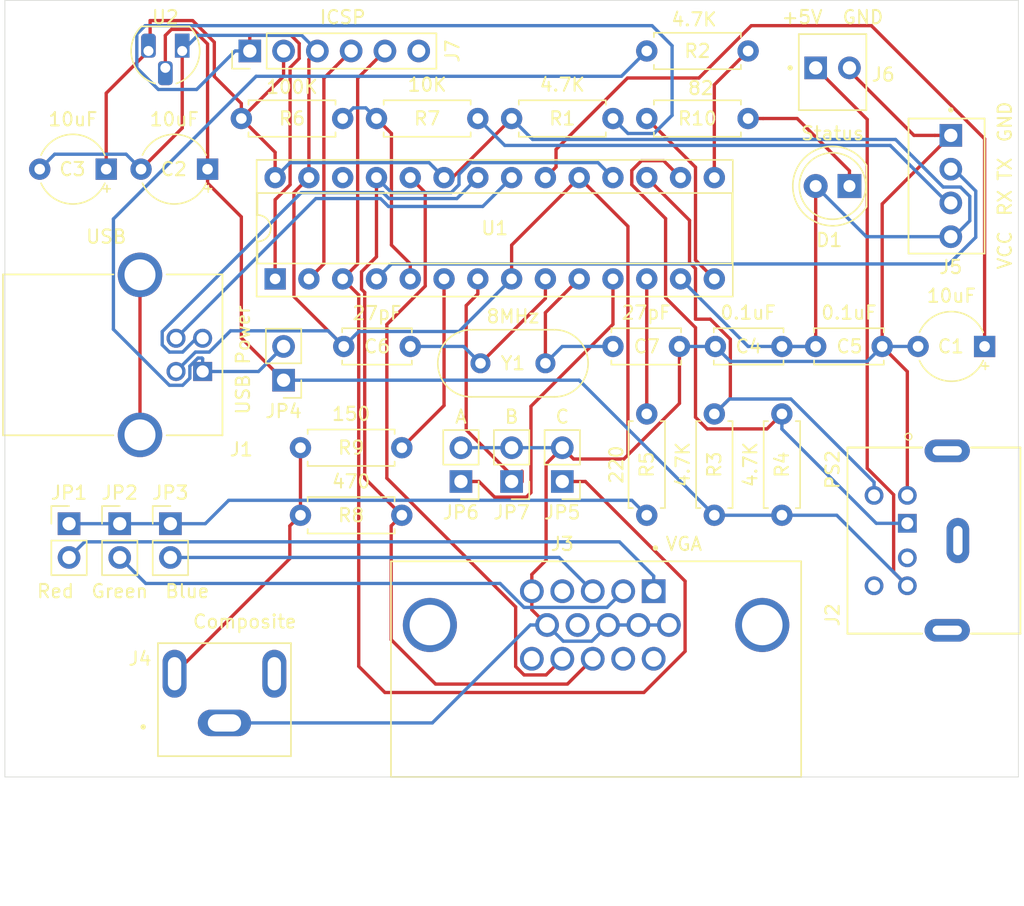
<source format=kicad_pcb>
(kicad_pcb (version 20171130) (host pcbnew 5.1.4-e60b266~84~ubuntu18.04.1)

  (general
    (thickness 1.6)
    (drawings 10)
    (tracks 331)
    (zones 0)
    (modules 39)
    (nets 43)
  )

  (page A4)
  (layers
    (0 F.Cu signal)
    (31 B.Cu signal)
    (32 B.Adhes user)
    (33 F.Adhes user)
    (34 B.Paste user)
    (35 F.Paste user)
    (36 B.SilkS user)
    (37 F.SilkS user)
    (38 B.Mask user)
    (39 F.Mask user)
    (40 Dwgs.User user)
    (41 Cmts.User user)
    (42 Eco1.User user)
    (43 Eco2.User user)
    (44 Edge.Cuts user)
    (45 Margin user)
    (46 B.CrtYd user)
    (47 F.CrtYd user)
    (48 B.Fab user)
    (49 F.Fab user)
  )

  (setup
    (last_trace_width 0.25)
    (trace_clearance 0.2)
    (zone_clearance 0.508)
    (zone_45_only no)
    (trace_min 0.2)
    (via_size 0.8)
    (via_drill 0.4)
    (via_min_size 0.4)
    (via_min_drill 0.3)
    (uvia_size 0.3)
    (uvia_drill 0.1)
    (uvias_allowed no)
    (uvia_min_size 0.2)
    (uvia_min_drill 0.1)
    (edge_width 0.05)
    (segment_width 0.2)
    (pcb_text_width 0.3)
    (pcb_text_size 1.5 1.5)
    (mod_edge_width 0.12)
    (mod_text_size 1 1)
    (mod_text_width 0.15)
    (pad_size 1.524 1.524)
    (pad_drill 0.762)
    (pad_to_mask_clearance 0.051)
    (solder_mask_min_width 0.25)
    (aux_axis_origin 0 0)
    (grid_origin 50.8 101.6)
    (visible_elements FFFFFF7F)
    (pcbplotparams
      (layerselection 0x010fc_ffffffff)
      (usegerberextensions false)
      (usegerberattributes false)
      (usegerberadvancedattributes false)
      (creategerberjobfile false)
      (excludeedgelayer true)
      (linewidth 0.100000)
      (plotframeref false)
      (viasonmask false)
      (mode 1)
      (useauxorigin false)
      (hpglpennumber 1)
      (hpglpenspeed 20)
      (hpglpendiameter 15.000000)
      (psnegative false)
      (psa4output false)
      (plotreference true)
      (plotvalue true)
      (plotinvisibletext false)
      (padsonsilk false)
      (subtractmaskfromsilk false)
      (outputformat 1)
      (mirror false)
      (drillshape 0)
      (scaleselection 1)
      (outputdirectory "gerber/"))
  )

  (net 0 "")
  (net 1 GND)
  (net 2 "Net-(C1-Pad1)")
  (net 3 +5V)
  (net 4 VCC)
  (net 5 "Net-(C6-Pad1)")
  (net 6 "Net-(C7-Pad1)")
  (net 7 "Net-(D1-Pad1)")
  (net 8 "Net-(J1-Pad5)")
  (net 9 USB_D+)
  (net 10 USB_D-)
  (net 11 USB_VBUS)
  (net 12 "Net-(J2-Pad6)")
  (net 13 PS2_CLK)
  (net 14 "Net-(J2-Pad2)")
  (net 15 "Net-(J3-Pad15)")
  (net 16 VGA_VSYNCH)
  (net 17 VGA_HSYNCH)
  (net 18 "Net-(J3-Pad12)")
  (net 19 "Net-(J3-Pad11)")
  (net 20 "Net-(J3-Pad9)")
  (net 21 "Net-(J3-Pad4)")
  (net 22 "Net-(J3-Pad3)")
  (net 23 "Net-(J3-Pad2)")
  (net 24 "Net-(J3-Pad1)")
  (net 25 "Net-(J4-Pad3)")
  (net 26 COMPOSITE)
  (net 27 "Net-(J5-Pad3)")
  (net 28 SERIAL_TXD)
  (net 29 "Net-(J7-Pad6)")
  (net 30 ICSP_PCC)
  (net 31 ICSP_PGD)
  (net 32 ICSP_MCLR)
  (net 33 "Net-(JP1-Pad1)")
  (net 34 "Net-(JP6-Pad1)")
  (net 35 "Net-(JP7-Pad1)")
  (net 36 "Net-(R2-Pad1)")
  (net 37 SERIAL_RXD)
  (net 38 "Net-(R9-Pad1)")
  (net 39 "Net-(U1-Pad26)")
  (net 40 VGA_VIDEO)
  (net 41 PS2_DATA)
  (net 42 "Net-(R10-Pad1)")

  (net_class Default "This is the default net class."
    (clearance 0.2)
    (trace_width 0.25)
    (via_dia 0.8)
    (via_drill 0.4)
    (uvia_dia 0.3)
    (uvia_drill 0.1)
    (add_net +5V)
    (add_net COMPOSITE)
    (add_net GND)
    (add_net ICSP_MCLR)
    (add_net ICSP_PCC)
    (add_net ICSP_PGD)
    (add_net "Net-(C1-Pad1)")
    (add_net "Net-(C6-Pad1)")
    (add_net "Net-(C7-Pad1)")
    (add_net "Net-(D1-Pad1)")
    (add_net "Net-(J1-Pad5)")
    (add_net "Net-(J2-Pad2)")
    (add_net "Net-(J2-Pad6)")
    (add_net "Net-(J3-Pad1)")
    (add_net "Net-(J3-Pad11)")
    (add_net "Net-(J3-Pad12)")
    (add_net "Net-(J3-Pad15)")
    (add_net "Net-(J3-Pad2)")
    (add_net "Net-(J3-Pad3)")
    (add_net "Net-(J3-Pad4)")
    (add_net "Net-(J3-Pad9)")
    (add_net "Net-(J4-Pad3)")
    (add_net "Net-(J5-Pad3)")
    (add_net "Net-(J7-Pad6)")
    (add_net "Net-(JP1-Pad1)")
    (add_net "Net-(JP6-Pad1)")
    (add_net "Net-(JP7-Pad1)")
    (add_net "Net-(R10-Pad1)")
    (add_net "Net-(R2-Pad1)")
    (add_net "Net-(R9-Pad1)")
    (add_net "Net-(U1-Pad26)")
    (add_net PS2_CLK)
    (add_net PS2_DATA)
    (add_net SERIAL_RXD)
    (add_net SERIAL_TXD)
    (add_net USB_D+)
    (add_net USB_D-)
    (add_net USB_VBUS)
    (add_net VCC)
    (add_net VGA_HSYNCH)
    (add_net VGA_VIDEO)
    (add_net VGA_VSYNCH)
  )

  (module terminal:CUI_MD-60SM locked (layer F.Cu) (tedit 5DB8B56F) (tstamp 5D62838B)
    (at 120.65 142.24 270)
    (path /5D650240)
    (fp_text reference J2 (at 5.588 7.62 90) (layer F.SilkS)
      (effects (font (size 1.00087 1.00087) (thickness 0.15)))
    )
    (fp_text value PS2 (at -5.334 7.62 90) (layer F.SilkS)
      (effects (font (size 1.00192 1.00192) (thickness 0.15)))
    )
    (fp_circle (center -7.82 1.91) (end -7.62 1.91) (layer Eco2.User) (width 0.1))
    (fp_line (start -7 6.5) (end -7 -6.5) (layer Eco2.User) (width 0.1524))
    (fp_line (start 7 6.5) (end -7 6.5) (layer Eco2.User) (width 0.1524))
    (fp_line (start 7 -6.5) (end 7 6.5) (layer Eco2.User) (width 0.1524))
    (fp_line (start 3.5 -6.5) (end 7 -6.5) (layer Eco2.User) (width 0.1524))
    (fp_line (start -3.5 -6.5) (end 3.5 -6.5) (layer Eco2.User) (width 0.1524))
    (fp_line (start -7 -6.5) (end -3.5 -6.5) (layer Eco2.User) (width 0.1524))
    (fp_line (start 3.5 -0.5) (end 3.5 -6.5) (layer Eco2.User) (width 0.1524))
    (fp_line (start -3.5 -0.5) (end 3.5 -0.5) (layer Eco2.User) (width 0.1524))
    (fp_line (start -3.5 -6.5) (end -3.5 -0.5) (layer Eco2.User) (width 0.1524))
    (fp_line (start -7.3 -2.8) (end -7.3 -6.75) (layer Eco1.User) (width 0.05))
    (fp_line (start -7.85 -2.8) (end -7.3 -2.8) (layer Eco1.User) (width 0.05))
    (fp_line (start -7.85 0.9) (end -7.85 -2.8) (layer Eco1.User) (width 0.05))
    (fp_line (start -7.3 0.9) (end -7.85 0.9) (layer Eco1.User) (width 0.05))
    (fp_line (start -7.3 6.75) (end -7.3 0.9) (layer Eco1.User) (width 0.05))
    (fp_line (start 7.3 6.75) (end -7.3 6.75) (layer Eco1.User) (width 0.05))
    (fp_line (start 7.3 0.9) (end 7.3 6.75) (layer Eco1.User) (width 0.05))
    (fp_line (start 7.85 0.9) (end 7.3 0.9) (layer Eco1.User) (width 0.05))
    (fp_line (start 7.85 -2.8) (end 7.85 0.9) (layer Eco1.User) (width 0.05))
    (fp_line (start 7.3 -2.8) (end 7.85 -2.8) (layer Eco1.User) (width 0.05))
    (fp_line (start 7.3 -6.75) (end 7.3 -2.8) (layer Eco1.User) (width 0.05))
    (fp_line (start -7.3 -6.75) (end 7.3 -6.75) (layer Eco1.User) (width 0.05))
    (fp_line (start 7 6.5) (end 7 0.9) (layer F.SilkS) (width 0.1524))
    (fp_line (start 7 -6.5) (end 7 -2.8) (layer F.SilkS) (width 0.1524))
    (fp_line (start -7 6.5) (end -7 0.9) (layer F.SilkS) (width 0.1524))
    (fp_line (start -7 -6.5) (end -7 -2.8) (layer F.SilkS) (width 0.1524))
    (fp_circle (center -7.82 1.91) (end -7.566 1.91) (layer F.SilkS) (width 0.1))
    (fp_text user PANEL~FRONT (at -1.0923 -5.88804 90) (layer F.Cu) hide
      (effects (font (size 1 1) (thickness 0.05)))
    )
    (fp_line (start 1.4478 -5.61226) (end 1.4478 -6.42026) (layer Eco2.User) (width 0.1524))
    (fp_line (start -1.4478 -5.61226) (end 1.4478 -5.61226) (layer Eco2.User) (width 0.1524))
    (fp_line (start -1.4478 -6.42026) (end -1.4478 -5.61226) (layer Eco2.User) (width 0.1524))
    (fp_line (start 7 6.5) (end -7 6.5) (layer F.SilkS) (width 0.127))
    (fp_line (start -7 -6.5) (end 7 -6.5) (layer F.SilkS) (width 0.127))
    (pad S3 thru_hole oval (at 6.75 -1) (size 3.4 1.7) (drill oval 2.2 0.7) (layers *.Cu *.Mask))
    (pad S2 thru_hole oval (at -6.75 -1) (size 3.4 1.7) (drill oval 2.2 0.7) (layers *.Cu *.Mask))
    (pad 6 thru_hole circle (at 3.4 4.5 270) (size 1.408 1.408) (drill 0.9) (layers *.Cu *.Mask)
      (net 12 "Net-(J2-Pad6)"))
    (pad 5 thru_hole circle (at -3.4 4.5 270) (size 1.408 1.408) (drill 0.9) (layers *.Cu *.Mask)
      (net 13 PS2_CLK))
    (pad 4 thru_hole circle (at 3.4 2 270) (size 1.408 1.408) (drill 0.9) (layers *.Cu *.Mask)
      (net 3 +5V))
    (pad 2 thru_hole circle (at 1.3 2 270) (size 1.408 1.408) (drill 0.9) (layers *.Cu *.Mask)
      (net 14 "Net-(J2-Pad2)"))
    (pad 1 thru_hole rect (at -1.3 2 270) (size 1.408 1.408) (drill 0.9) (layers *.Cu *.Mask)
      (net 41 PS2_DATA))
    (pad 3 thru_hole circle (at -3.4 2 270) (size 1.408 1.408) (drill 0.9) (layers *.Cu *.Mask)
      (net 1 GND))
    (pad S1 thru_hole oval (at 0 -1.8 270) (size 3.4 1.7) (drill oval 2.2 0.7) (layers *.Cu *.Mask))
  )

  (module terminal:SWITCHCRAFT_PJRAN1X1U01X locked (layer F.Cu) (tedit 5DB8B557) (tstamp 5D622B4C)
    (at 67.31 155.956)
    (path /5DB4DEA4)
    (fp_text reference J4 (at -6.35 -4.826) (layer F.SilkS)
      (effects (font (size 1 1) (thickness 0.15)))
    )
    (fp_text value Composite (at 1.524 -7.62) (layer F.SilkS)
      (effects (font (size 1 1) (thickness 0.15)))
    )
    (fp_line (start -5 2.5) (end 5 2.5) (layer Eco2.User) (width 0.127))
    (fp_line (start 5.25 -6.25) (end -5.25 -6.25) (layer Eco1.User) (width 0.05))
    (fp_line (start 5.25 13.75) (end 5.25 -6.25) (layer Eco1.User) (width 0.05))
    (fp_line (start -5.25 13.75) (end 5.25 13.75) (layer Eco1.User) (width 0.05))
    (fp_line (start -5.25 -6.25) (end -5.25 13.75) (layer Eco1.User) (width 0.05))
    (fp_line (start 5 -6) (end -5 -6) (layer F.SilkS) (width 0.127))
    (fp_line (start 5 2.5) (end 5 -6) (layer F.SilkS) (width 0.127))
    (fp_line (start -5 2.5) (end 5 2.5) (layer F.SilkS) (width 0.127))
    (fp_line (start -5 -6) (end -5 2.5) (layer F.SilkS) (width 0.127))
    (fp_line (start 4.15 13.5) (end 4.15 4) (layer Eco2.User) (width 0.127))
    (fp_line (start -4.15 13.5) (end 4.15 13.5) (layer Eco2.User) (width 0.127))
    (fp_line (start -4.15 4) (end -4.15 13.5) (layer Eco2.User) (width 0.127))
    (fp_text user PCB~EDGE (at -3.75 2.37) (layer F.Cu) hide
      (effects (font (size 1 1) (thickness 0.05)))
    )
    (fp_line (start 5 -6) (end -5 -6) (layer Eco2.User) (width 0.127))
    (fp_line (start 5 2.5) (end 5 -6) (layer Eco2.User) (width 0.127))
    (fp_line (start 5 4) (end 5 2.5) (layer Eco2.User) (width 0.127))
    (fp_line (start 4.15 4) (end 5 4) (layer Eco2.User) (width 0.127))
    (fp_line (start -4.15 4) (end 4.15 4) (layer Eco2.User) (width 0.127))
    (fp_line (start -5 4) (end -4.15 4) (layer Eco2.User) (width 0.127))
    (fp_line (start -5 2.5) (end -5 4) (layer Eco2.User) (width 0.127))
    (fp_line (start -5 -6) (end -5 2.5) (layer Eco2.User) (width 0.127))
    (fp_circle (center -6.11 0.3) (end -6.01 0.3) (layer Eco2.User) (width 0.2))
    (fp_circle (center -6.11 0.3) (end -6.01 0.3) (layer F.SilkS) (width 0.2))
    (pad 1 thru_hole oval (at 0 0) (size 4 2) (drill oval 2.5 1.3) (layers *.Cu *.Mask)
      (net 1 GND))
    (pad 3 thru_hole oval (at 3.75 -3.7 90) (size 3.6 1.8) (drill oval 2.5 1) (layers *.Cu *.Mask)
      (net 25 "Net-(J4-Pad3)"))
    (pad 2 thru_hole oval (at -3.75 -3.7 90) (size 3.6 1.8) (drill oval 2.5 1) (layers *.Cu *.Mask)
      (net 26 COMPOSITE))
  )

  (module terminal:TE_3-641215-2 locked (layer F.Cu) (tedit 5DA3559D) (tstamp 5DA3D6F9)
    (at 111.76 106.68 180)
    (path /5D727A66)
    (fp_text reference J6 (at -5.08 -0.508) (layer F.SilkS)
      (effects (font (size 1 1) (thickness 0.1516)))
    )
    (fp_text value "External 5V" (at -1.635 4.405) (layer F.SilkS) hide
      (effects (font (size 1 1) (thickness 0.05)))
    )
    (fp_circle (center 1.92 0) (end 2.02 0) (layer Eco2.User) (width 0.2))
    (fp_circle (center 1.92 0) (end 2.02 0) (layer F.SilkS) (width 0.2))
    (fp_line (start 1.52 2.79) (end -4.06 2.79) (layer Eco1.User) (width 0.05))
    (fp_line (start 1.52 -3.43) (end 1.52 2.79) (layer Eco1.User) (width 0.05))
    (fp_line (start -4.06 -3.43) (end 1.52 -3.43) (layer Eco1.User) (width 0.05))
    (fp_line (start -4.06 2.79) (end -4.06 -3.43) (layer Eco1.User) (width 0.05))
    (fp_line (start 1.27 2.54) (end -3.81 2.54) (layer F.SilkS) (width 0.127))
    (fp_line (start 1.27 -3.18) (end -3.81 -3.18) (layer F.SilkS) (width 0.127))
    (fp_line (start 1.27 -3.18) (end 1.27 2.54) (layer F.SilkS) (width 0.127))
    (fp_line (start -3.81 2.54) (end -3.81 -3.18) (layer F.SilkS) (width 0.127))
    (fp_line (start 1.27 -3.18) (end 1.27 2.54) (layer Eco2.User) (width 0.127))
    (fp_line (start -3.81 -3.18) (end 1.27 -3.18) (layer Eco2.User) (width 0.127))
    (fp_line (start -3.81 2.54) (end -3.81 -3.18) (layer Eco2.User) (width 0.127))
    (fp_line (start 1.27 2.54) (end -3.81 2.54) (layer Eco2.User) (width 0.127))
    (fp_line (start 1.27 -3.18) (end 1.27 2.54) (layer Eco2.User) (width 0.127))
    (fp_line (start -3.81 -3.18) (end 1.27 -3.18) (layer Eco2.User) (width 0.127))
    (fp_line (start -3.81 2.54) (end -3.81 -3.18) (layer Eco2.User) (width 0.127))
    (pad 2 thru_hole circle (at -2.54 0 180) (size 1.7 1.7) (drill 1) (layers *.Cu *.Mask)
      (net 1 GND))
    (pad 1 thru_hole rect (at 0 0 180) (size 1.7 1.7) (drill 1) (layers *.Cu *.Mask)
      (net 3 +5V))
  )

  (module terminal:TE_3-641215-4 locked (layer F.Cu) (tedit 5DA355C8) (tstamp 5DA04140)
    (at 121.92 111.76 90)
    (path /5D91E12B)
    (fp_text reference J5 (at -9.906 0 180) (layer F.SilkS)
      (effects (font (size 1 1) (thickness 0.1516)))
    )
    (fp_text value Serial (at -6.715 4.405 90) (layer F.SilkS) hide
      (effects (font (size 1 1) (thickness 0.05)))
    )
    (fp_circle (center 1.92 0) (end 2.02 0) (layer Eco2.User) (width 0.2))
    (fp_circle (center 1.92 0) (end 2.02 0) (layer F.SilkS) (width 0.2))
    (fp_line (start 1.52 2.79) (end -9.14 2.79) (layer Eco1.User) (width 0.05))
    (fp_line (start 1.52 -3.43) (end 1.52 2.79) (layer Eco1.User) (width 0.05))
    (fp_line (start -9.14 -3.43) (end 1.52 -3.43) (layer Eco1.User) (width 0.05))
    (fp_line (start -9.14 2.79) (end -9.14 -3.43) (layer Eco1.User) (width 0.05))
    (fp_line (start 1.27 2.54) (end -8.89 2.54) (layer F.SilkS) (width 0.127))
    (fp_line (start 1.27 -3.18) (end -8.89 -3.18) (layer F.SilkS) (width 0.127))
    (fp_line (start 1.27 -3.18) (end 1.27 2.54) (layer F.SilkS) (width 0.127))
    (fp_line (start -8.89 2.54) (end -8.89 -3.18) (layer F.SilkS) (width 0.127))
    (fp_line (start 1.27 -3.18) (end 1.27 2.54) (layer Eco2.User) (width 0.127))
    (fp_line (start -8.89 -3.18) (end 1.27 -3.18) (layer Eco2.User) (width 0.127))
    (fp_line (start -8.89 2.54) (end -8.89 -3.18) (layer Eco2.User) (width 0.127))
    (fp_line (start 1.27 2.54) (end -8.89 2.54) (layer Eco2.User) (width 0.127))
    (fp_line (start 1.27 -3.18) (end 1.27 2.54) (layer Eco2.User) (width 0.127))
    (fp_line (start -8.89 -3.18) (end 1.27 -3.18) (layer Eco2.User) (width 0.127))
    (fp_line (start -8.89 2.54) (end -8.89 -3.18) (layer Eco2.User) (width 0.127))
    (pad 4 thru_hole circle (at -7.62 0 90) (size 1.7 1.7) (drill 1) (layers *.Cu *.Mask)
      (net 4 VCC))
    (pad 3 thru_hole circle (at -5.08 0 90) (size 1.7 1.7) (drill 1) (layers *.Cu *.Mask)
      (net 27 "Net-(J5-Pad3)"))
    (pad 2 thru_hole circle (at -2.54 0 90) (size 1.7 1.7) (drill 1) (layers *.Cu *.Mask)
      (net 28 SERIAL_TXD))
    (pad 1 thru_hole rect (at 0 0 90) (size 1.7 1.7) (drill 1) (layers *.Cu *.Mask)
      (net 1 GND))
  )

  (module Package_TO_SOT_THT:TO-92_HandSolder (layer F.Cu) (tedit 5A282C46) (tstamp 5D61C68A)
    (at 64.135 105.41 180)
    (descr "TO-92 leads molded, narrow, drill 0.75mm, handsoldering variant with enlarged pads (see NXP sot054_po.pdf)")
    (tags "to-92 sc-43 sc-43a sot54 PA33 transistor")
    (path /5D604750)
    (fp_text reference U2 (at 1.27 2.54) (layer F.SilkS)
      (effects (font (size 1 1) (thickness 0.15)))
    )
    (fp_text value MCP1700-3302E_TO92 (at 1.27 2.79) (layer F.Fab) hide
      (effects (font (size 1 1) (thickness 0.15)))
    )
    (fp_arc (start 1.27 0) (end 2.05 -2.45) (angle 117.6433766) (layer F.SilkS) (width 0.12))
    (fp_arc (start 1.27 0) (end 1.27 -2.48) (angle -135) (layer F.Fab) (width 0.1))
    (fp_arc (start 1.27 0) (end 0.45 -2.45) (angle -116.9632683) (layer F.SilkS) (width 0.12))
    (fp_arc (start 1.27 0) (end 1.27 -2.48) (angle 135) (layer F.Fab) (width 0.1))
    (fp_line (start 4 2.01) (end -1.46 2.01) (layer F.CrtYd) (width 0.05))
    (fp_line (start 4 2.01) (end 4 -3.05) (layer F.CrtYd) (width 0.05))
    (fp_line (start -1.45 -3.05) (end -1.46 2.01) (layer F.CrtYd) (width 0.05))
    (fp_line (start -1.46 -3.05) (end 4 -3.05) (layer F.CrtYd) (width 0.05))
    (fp_line (start -0.5 1.75) (end 3 1.75) (layer F.Fab) (width 0.1))
    (fp_line (start -0.53 1.85) (end 3.07 1.85) (layer F.SilkS) (width 0.12))
    (fp_text user %R (at 1.27 -4.4) (layer F.Fab)
      (effects (font (size 1 1) (thickness 0.15)))
    )
    (pad 1 thru_hole rect (at 0 0 180) (size 1.1 1.8) (drill 0.75 (offset 0 0.4)) (layers *.Cu *.Mask)
      (net 1 GND))
    (pad 3 thru_hole roundrect (at 2.54 0 180) (size 1.1 1.8) (drill 0.75 (offset 0 0.4)) (layers *.Cu *.Mask) (roundrect_rratio 0.25)
      (net 4 VCC))
    (pad 2 thru_hole roundrect (at 1.27 -1.27 180) (size 1.1 1.8) (drill 0.75 (offset 0 -0.4)) (layers *.Cu *.Mask) (roundrect_rratio 0.25)
      (net 3 +5V))
    (model ${KISYS3DMOD}/Package_TO_SOT_THT.3dshapes/TO-92.wrl
      (at (xyz 0 0 0))
      (scale (xyz 1 1 1))
      (rotate (xyz 0 0 0))
    )
  )

  (module Resistor_THT:R_Axial_DIN0207_L6.3mm_D2.5mm_P7.62mm_Horizontal placed (layer F.Cu) (tedit 5AE5139B) (tstamp 5D68691B)
    (at 99.06 110.49)
    (descr "Resistor, Axial_DIN0207 series, Axial, Horizontal, pin pitch=7.62mm, 0.25W = 1/4W, length*diameter=6.3*2.5mm^2, http://cdn-reichelt.de/documents/datenblatt/B400/1_4W%23YAG.pdf")
    (tags "Resistor Axial_DIN0207 series Axial Horizontal pin pitch 7.62mm 0.25W = 1/4W length 6.3mm diameter 2.5mm")
    (path /5D6BEBF8)
    (fp_text reference R10 (at 3.81 0) (layer F.SilkS)
      (effects (font (size 1 1) (thickness 0.15)))
    )
    (fp_text value 82 (at 4.064 -2.286) (layer F.SilkS)
      (effects (font (size 1 1) (thickness 0.15)))
    )
    (fp_text user %R (at 3.81 0) (layer F.Fab)
      (effects (font (size 1 1) (thickness 0.15)))
    )
    (fp_line (start 8.67 -1.5) (end -1.05 -1.5) (layer F.CrtYd) (width 0.05))
    (fp_line (start 8.67 1.5) (end 8.67 -1.5) (layer F.CrtYd) (width 0.05))
    (fp_line (start -1.05 1.5) (end 8.67 1.5) (layer F.CrtYd) (width 0.05))
    (fp_line (start -1.05 -1.5) (end -1.05 1.5) (layer F.CrtYd) (width 0.05))
    (fp_line (start 7.08 1.37) (end 7.08 1.04) (layer F.SilkS) (width 0.12))
    (fp_line (start 0.54 1.37) (end 7.08 1.37) (layer F.SilkS) (width 0.12))
    (fp_line (start 0.54 1.04) (end 0.54 1.37) (layer F.SilkS) (width 0.12))
    (fp_line (start 7.08 -1.37) (end 7.08 -1.04) (layer F.SilkS) (width 0.12))
    (fp_line (start 0.54 -1.37) (end 7.08 -1.37) (layer F.SilkS) (width 0.12))
    (fp_line (start 0.54 -1.04) (end 0.54 -1.37) (layer F.SilkS) (width 0.12))
    (fp_line (start 7.62 0) (end 6.96 0) (layer F.Fab) (width 0.1))
    (fp_line (start 0 0) (end 0.66 0) (layer F.Fab) (width 0.1))
    (fp_line (start 6.96 -1.25) (end 0.66 -1.25) (layer F.Fab) (width 0.1))
    (fp_line (start 6.96 1.25) (end 6.96 -1.25) (layer F.Fab) (width 0.1))
    (fp_line (start 0.66 1.25) (end 6.96 1.25) (layer F.Fab) (width 0.1))
    (fp_line (start 0.66 -1.25) (end 0.66 1.25) (layer F.Fab) (width 0.1))
    (pad 2 thru_hole oval (at 7.62 0) (size 1.6 1.6) (drill 0.8) (layers *.Cu *.Mask)
      (net 7 "Net-(D1-Pad1)"))
    (pad 1 thru_hole circle (at 0 0) (size 1.6 1.6) (drill 0.8) (layers *.Cu *.Mask)
      (net 42 "Net-(R10-Pad1)"))
    (model ${KISYS3DMOD}/Resistor_THT.3dshapes/R_Axial_DIN0207_L6.3mm_D2.5mm_P7.62mm_Horizontal.wrl
      (at (xyz 0 0 0))
      (scale (xyz 1 1 1))
      (rotate (xyz 0 0 0))
    )
  )

  (module Resistor_THT:R_Axial_DIN0207_L6.3mm_D2.5mm_P7.62mm_Horizontal placed (layer F.Cu) (tedit 5AE5139B) (tstamp 5D688AA6)
    (at 80.645 135.255 180)
    (descr "Resistor, Axial_DIN0207 series, Axial, Horizontal, pin pitch=7.62mm, 0.25W = 1/4W, length*diameter=6.3*2.5mm^2, http://cdn-reichelt.de/documents/datenblatt/B400/1_4W%23YAG.pdf")
    (tags "Resistor Axial_DIN0207 series Axial Horizontal pin pitch 7.62mm 0.25W = 1/4W length 6.3mm diameter 2.5mm")
    (path /5D6B472D)
    (fp_text reference R9 (at 3.81 0) (layer F.SilkS)
      (effects (font (size 1 1) (thickness 0.15)))
    )
    (fp_text value 150 (at 3.81 2.54) (layer F.SilkS)
      (effects (font (size 1 1) (thickness 0.15)))
    )
    (fp_text user %R (at 3.81 0) (layer F.Fab)
      (effects (font (size 1 1) (thickness 0.15)))
    )
    (fp_line (start 8.67 -1.5) (end -1.05 -1.5) (layer F.CrtYd) (width 0.05))
    (fp_line (start 8.67 1.5) (end 8.67 -1.5) (layer F.CrtYd) (width 0.05))
    (fp_line (start -1.05 1.5) (end 8.67 1.5) (layer F.CrtYd) (width 0.05))
    (fp_line (start -1.05 -1.5) (end -1.05 1.5) (layer F.CrtYd) (width 0.05))
    (fp_line (start 7.08 1.37) (end 7.08 1.04) (layer F.SilkS) (width 0.12))
    (fp_line (start 0.54 1.37) (end 7.08 1.37) (layer F.SilkS) (width 0.12))
    (fp_line (start 0.54 1.04) (end 0.54 1.37) (layer F.SilkS) (width 0.12))
    (fp_line (start 7.08 -1.37) (end 7.08 -1.04) (layer F.SilkS) (width 0.12))
    (fp_line (start 0.54 -1.37) (end 7.08 -1.37) (layer F.SilkS) (width 0.12))
    (fp_line (start 0.54 -1.04) (end 0.54 -1.37) (layer F.SilkS) (width 0.12))
    (fp_line (start 7.62 0) (end 6.96 0) (layer F.Fab) (width 0.1))
    (fp_line (start 0 0) (end 0.66 0) (layer F.Fab) (width 0.1))
    (fp_line (start 6.96 -1.25) (end 0.66 -1.25) (layer F.Fab) (width 0.1))
    (fp_line (start 6.96 1.25) (end 6.96 -1.25) (layer F.Fab) (width 0.1))
    (fp_line (start 0.66 1.25) (end 6.96 1.25) (layer F.Fab) (width 0.1))
    (fp_line (start 0.66 -1.25) (end 0.66 1.25) (layer F.Fab) (width 0.1))
    (pad 2 thru_hole oval (at 7.62 0 180) (size 1.6 1.6) (drill 0.8) (layers *.Cu *.Mask)
      (net 26 COMPOSITE))
    (pad 1 thru_hole circle (at 0 0 180) (size 1.6 1.6) (drill 0.8) (layers *.Cu *.Mask)
      (net 38 "Net-(R9-Pad1)"))
    (model ${KISYS3DMOD}/Resistor_THT.3dshapes/R_Axial_DIN0207_L6.3mm_D2.5mm_P7.62mm_Horizontal.wrl
      (at (xyz 0 0 0))
      (scale (xyz 1 1 1))
      (rotate (xyz 0 0 0))
    )
  )

  (module Resistor_THT:R_Axial_DIN0207_L6.3mm_D2.5mm_P7.62mm_Horizontal placed (layer F.Cu) (tedit 5AE5139B) (tstamp 5D6268AB)
    (at 80.645 140.335 180)
    (descr "Resistor, Axial_DIN0207 series, Axial, Horizontal, pin pitch=7.62mm, 0.25W = 1/4W, length*diameter=6.3*2.5mm^2, http://cdn-reichelt.de/documents/datenblatt/B400/1_4W%23YAG.pdf")
    (tags "Resistor Axial_DIN0207 series Axial Horizontal pin pitch 7.62mm 0.25W = 1/4W length 6.3mm diameter 2.5mm")
    (path /5D6BA971)
    (fp_text reference R8 (at 3.81 0) (layer F.SilkS)
      (effects (font (size 1 1) (thickness 0.15)))
    )
    (fp_text value 470 (at 3.81 2.54) (layer F.SilkS)
      (effects (font (size 1 1) (thickness 0.15)))
    )
    (fp_text user %R (at 3.81 0) (layer F.Fab)
      (effects (font (size 1 1) (thickness 0.15)))
    )
    (fp_line (start 8.67 -1.5) (end -1.05 -1.5) (layer F.CrtYd) (width 0.05))
    (fp_line (start 8.67 1.5) (end 8.67 -1.5) (layer F.CrtYd) (width 0.05))
    (fp_line (start -1.05 1.5) (end 8.67 1.5) (layer F.CrtYd) (width 0.05))
    (fp_line (start -1.05 -1.5) (end -1.05 1.5) (layer F.CrtYd) (width 0.05))
    (fp_line (start 7.08 1.37) (end 7.08 1.04) (layer F.SilkS) (width 0.12))
    (fp_line (start 0.54 1.37) (end 7.08 1.37) (layer F.SilkS) (width 0.12))
    (fp_line (start 0.54 1.04) (end 0.54 1.37) (layer F.SilkS) (width 0.12))
    (fp_line (start 7.08 -1.37) (end 7.08 -1.04) (layer F.SilkS) (width 0.12))
    (fp_line (start 0.54 -1.37) (end 7.08 -1.37) (layer F.SilkS) (width 0.12))
    (fp_line (start 0.54 -1.04) (end 0.54 -1.37) (layer F.SilkS) (width 0.12))
    (fp_line (start 7.62 0) (end 6.96 0) (layer F.Fab) (width 0.1))
    (fp_line (start 0 0) (end 0.66 0) (layer F.Fab) (width 0.1))
    (fp_line (start 6.96 -1.25) (end 0.66 -1.25) (layer F.Fab) (width 0.1))
    (fp_line (start 6.96 1.25) (end 6.96 -1.25) (layer F.Fab) (width 0.1))
    (fp_line (start 0.66 1.25) (end 6.96 1.25) (layer F.Fab) (width 0.1))
    (fp_line (start 0.66 -1.25) (end 0.66 1.25) (layer F.Fab) (width 0.1))
    (pad 2 thru_hole oval (at 7.62 0 180) (size 1.6 1.6) (drill 0.8) (layers *.Cu *.Mask)
      (net 26 COMPOSITE))
    (pad 1 thru_hole circle (at 0 0 180) (size 1.6 1.6) (drill 0.8) (layers *.Cu *.Mask)
      (net 17 VGA_HSYNCH))
    (model ${KISYS3DMOD}/Resistor_THT.3dshapes/R_Axial_DIN0207_L6.3mm_D2.5mm_P7.62mm_Horizontal.wrl
      (at (xyz 0 0 0))
      (scale (xyz 1 1 1))
      (rotate (xyz 0 0 0))
    )
  )

  (module Resistor_THT:R_Axial_DIN0207_L6.3mm_D2.5mm_P7.62mm_Horizontal placed (layer F.Cu) (tedit 5AE5139B) (tstamp 5D7B067A)
    (at 86.36 110.49 180)
    (descr "Resistor, Axial_DIN0207 series, Axial, Horizontal, pin pitch=7.62mm, 0.25W = 1/4W, length*diameter=6.3*2.5mm^2, http://cdn-reichelt.de/documents/datenblatt/B400/1_4W%23YAG.pdf")
    (tags "Resistor Axial_DIN0207 series Axial Horizontal pin pitch 7.62mm 0.25W = 1/4W length 6.3mm diameter 2.5mm")
    (path /5D96AD3C)
    (fp_text reference R7 (at 3.81 0) (layer F.SilkS)
      (effects (font (size 1 1) (thickness 0.15)))
    )
    (fp_text value 10K (at 3.81 2.54) (layer F.SilkS)
      (effects (font (size 1 1) (thickness 0.15)))
    )
    (fp_text user %R (at 3.81 0) (layer F.Fab)
      (effects (font (size 1 1) (thickness 0.15)))
    )
    (fp_line (start 8.67 -1.5) (end -1.05 -1.5) (layer F.CrtYd) (width 0.05))
    (fp_line (start 8.67 1.5) (end 8.67 -1.5) (layer F.CrtYd) (width 0.05))
    (fp_line (start -1.05 1.5) (end 8.67 1.5) (layer F.CrtYd) (width 0.05))
    (fp_line (start -1.05 -1.5) (end -1.05 1.5) (layer F.CrtYd) (width 0.05))
    (fp_line (start 7.08 1.37) (end 7.08 1.04) (layer F.SilkS) (width 0.12))
    (fp_line (start 0.54 1.37) (end 7.08 1.37) (layer F.SilkS) (width 0.12))
    (fp_line (start 0.54 1.04) (end 0.54 1.37) (layer F.SilkS) (width 0.12))
    (fp_line (start 7.08 -1.37) (end 7.08 -1.04) (layer F.SilkS) (width 0.12))
    (fp_line (start 0.54 -1.37) (end 7.08 -1.37) (layer F.SilkS) (width 0.12))
    (fp_line (start 0.54 -1.04) (end 0.54 -1.37) (layer F.SilkS) (width 0.12))
    (fp_line (start 7.62 0) (end 6.96 0) (layer F.Fab) (width 0.1))
    (fp_line (start 0 0) (end 0.66 0) (layer F.Fab) (width 0.1))
    (fp_line (start 6.96 -1.25) (end 0.66 -1.25) (layer F.Fab) (width 0.1))
    (fp_line (start 6.96 1.25) (end 6.96 -1.25) (layer F.Fab) (width 0.1))
    (fp_line (start 0.66 1.25) (end 6.96 1.25) (layer F.Fab) (width 0.1))
    (fp_line (start 0.66 -1.25) (end 0.66 1.25) (layer F.Fab) (width 0.1))
    (pad 2 thru_hole oval (at 7.62 0 180) (size 1.6 1.6) (drill 0.8) (layers *.Cu *.Mask)
      (net 37 SERIAL_RXD))
    (pad 1 thru_hole circle (at 0 0 180) (size 1.6 1.6) (drill 0.8) (layers *.Cu *.Mask)
      (net 27 "Net-(J5-Pad3)"))
    (model ${KISYS3DMOD}/Resistor_THT.3dshapes/R_Axial_DIN0207_L6.3mm_D2.5mm_P7.62mm_Horizontal.wrl
      (at (xyz 0 0 0))
      (scale (xyz 1 1 1))
      (rotate (xyz 0 0 0))
    )
  )

  (module Resistor_THT:R_Axial_DIN0207_L6.3mm_D2.5mm_P7.62mm_Horizontal placed (layer F.Cu) (tedit 5AE5139B) (tstamp 5D7B06BC)
    (at 76.2 110.49 180)
    (descr "Resistor, Axial_DIN0207 series, Axial, Horizontal, pin pitch=7.62mm, 0.25W = 1/4W, length*diameter=6.3*2.5mm^2, http://cdn-reichelt.de/documents/datenblatt/B400/1_4W%23YAG.pdf")
    (tags "Resistor Axial_DIN0207 series Axial Horizontal pin pitch 7.62mm 0.25W = 1/4W length 6.3mm diameter 2.5mm")
    (path /5D981475)
    (fp_text reference R6 (at 3.81 0) (layer F.SilkS)
      (effects (font (size 1 1) (thickness 0.15)))
    )
    (fp_text value 100K (at 3.81 2.37) (layer F.SilkS)
      (effects (font (size 1 1) (thickness 0.15)))
    )
    (fp_text user %R (at 3.81 0) (layer F.Fab)
      (effects (font (size 1 1) (thickness 0.15)))
    )
    (fp_line (start 8.67 -1.5) (end -1.05 -1.5) (layer F.CrtYd) (width 0.05))
    (fp_line (start 8.67 1.5) (end 8.67 -1.5) (layer F.CrtYd) (width 0.05))
    (fp_line (start -1.05 1.5) (end 8.67 1.5) (layer F.CrtYd) (width 0.05))
    (fp_line (start -1.05 -1.5) (end -1.05 1.5) (layer F.CrtYd) (width 0.05))
    (fp_line (start 7.08 1.37) (end 7.08 1.04) (layer F.SilkS) (width 0.12))
    (fp_line (start 0.54 1.37) (end 7.08 1.37) (layer F.SilkS) (width 0.12))
    (fp_line (start 0.54 1.04) (end 0.54 1.37) (layer F.SilkS) (width 0.12))
    (fp_line (start 7.08 -1.37) (end 7.08 -1.04) (layer F.SilkS) (width 0.12))
    (fp_line (start 0.54 -1.37) (end 7.08 -1.37) (layer F.SilkS) (width 0.12))
    (fp_line (start 0.54 -1.04) (end 0.54 -1.37) (layer F.SilkS) (width 0.12))
    (fp_line (start 7.62 0) (end 6.96 0) (layer F.Fab) (width 0.1))
    (fp_line (start 0 0) (end 0.66 0) (layer F.Fab) (width 0.1))
    (fp_line (start 6.96 -1.25) (end 0.66 -1.25) (layer F.Fab) (width 0.1))
    (fp_line (start 6.96 1.25) (end 6.96 -1.25) (layer F.Fab) (width 0.1))
    (fp_line (start 0.66 1.25) (end 6.96 1.25) (layer F.Fab) (width 0.1))
    (fp_line (start 0.66 -1.25) (end 0.66 1.25) (layer F.Fab) (width 0.1))
    (pad 2 thru_hole oval (at 7.62 0 180) (size 1.6 1.6) (drill 0.8) (layers *.Cu *.Mask)
      (net 4 VCC))
    (pad 1 thru_hole circle (at 0 0 180) (size 1.6 1.6) (drill 0.8) (layers *.Cu *.Mask)
      (net 37 SERIAL_RXD))
    (model ${KISYS3DMOD}/Resistor_THT.3dshapes/R_Axial_DIN0207_L6.3mm_D2.5mm_P7.62mm_Horizontal.wrl
      (at (xyz 0 0 0))
      (scale (xyz 1 1 1))
      (rotate (xyz 0 0 0))
    )
  )

  (module Resistor_THT:R_Axial_DIN0207_L6.3mm_D2.5mm_P7.62mm_Horizontal placed (layer F.Cu) (tedit 5AE5139B) (tstamp 5D6868AB)
    (at 99.06 140.335 90)
    (descr "Resistor, Axial_DIN0207 series, Axial, Horizontal, pin pitch=7.62mm, 0.25W = 1/4W, length*diameter=6.3*2.5mm^2, http://cdn-reichelt.de/documents/datenblatt/B400/1_4W%23YAG.pdf")
    (tags "Resistor Axial_DIN0207 series Axial Horizontal pin pitch 7.62mm 0.25W = 1/4W length 6.3mm diameter 2.5mm")
    (path /5D6EA210)
    (fp_text reference R5 (at 3.81 0 90) (layer F.SilkS)
      (effects (font (size 1 1) (thickness 0.15)))
    )
    (fp_text value 220 (at 3.81 -2.286 90) (layer F.SilkS)
      (effects (font (size 1 1) (thickness 0.15)))
    )
    (fp_text user %R (at 3.81 0 90) (layer F.Fab)
      (effects (font (size 1 1) (thickness 0.15)))
    )
    (fp_line (start 8.67 -1.5) (end -1.05 -1.5) (layer F.CrtYd) (width 0.05))
    (fp_line (start 8.67 1.5) (end 8.67 -1.5) (layer F.CrtYd) (width 0.05))
    (fp_line (start -1.05 1.5) (end 8.67 1.5) (layer F.CrtYd) (width 0.05))
    (fp_line (start -1.05 -1.5) (end -1.05 1.5) (layer F.CrtYd) (width 0.05))
    (fp_line (start 7.08 1.37) (end 7.08 1.04) (layer F.SilkS) (width 0.12))
    (fp_line (start 0.54 1.37) (end 7.08 1.37) (layer F.SilkS) (width 0.12))
    (fp_line (start 0.54 1.04) (end 0.54 1.37) (layer F.SilkS) (width 0.12))
    (fp_line (start 7.08 -1.37) (end 7.08 -1.04) (layer F.SilkS) (width 0.12))
    (fp_line (start 0.54 -1.37) (end 7.08 -1.37) (layer F.SilkS) (width 0.12))
    (fp_line (start 0.54 -1.04) (end 0.54 -1.37) (layer F.SilkS) (width 0.12))
    (fp_line (start 7.62 0) (end 6.96 0) (layer F.Fab) (width 0.1))
    (fp_line (start 0 0) (end 0.66 0) (layer F.Fab) (width 0.1))
    (fp_line (start 6.96 -1.25) (end 0.66 -1.25) (layer F.Fab) (width 0.1))
    (fp_line (start 6.96 1.25) (end 6.96 -1.25) (layer F.Fab) (width 0.1))
    (fp_line (start 0.66 1.25) (end 6.96 1.25) (layer F.Fab) (width 0.1))
    (fp_line (start 0.66 -1.25) (end 0.66 1.25) (layer F.Fab) (width 0.1))
    (pad 2 thru_hole oval (at 7.62 0 90) (size 1.6 1.6) (drill 0.8) (layers *.Cu *.Mask)
      (net 40 VGA_VIDEO))
    (pad 1 thru_hole circle (at 0 0 90) (size 1.6 1.6) (drill 0.8) (layers *.Cu *.Mask)
      (net 33 "Net-(JP1-Pad1)"))
    (model ${KISYS3DMOD}/Resistor_THT.3dshapes/R_Axial_DIN0207_L6.3mm_D2.5mm_P7.62mm_Horizontal.wrl
      (at (xyz 0 0 0))
      (scale (xyz 1 1 1))
      (rotate (xyz 0 0 0))
    )
  )

  (module Resistor_THT:R_Axial_DIN0207_L6.3mm_D2.5mm_P7.62mm_Horizontal placed (layer F.Cu) (tedit 5AE5139B) (tstamp 5D6227D0)
    (at 109.22 132.715 270)
    (descr "Resistor, Axial_DIN0207 series, Axial, Horizontal, pin pitch=7.62mm, 0.25W = 1/4W, length*diameter=6.3*2.5mm^2, http://cdn-reichelt.de/documents/datenblatt/B400/1_4W%23YAG.pdf")
    (tags "Resistor Axial_DIN0207 series Axial Horizontal pin pitch 7.62mm 0.25W = 1/4W length 6.3mm diameter 2.5mm")
    (path /5D684D18)
    (fp_text reference R4 (at 3.81 0 90) (layer F.SilkS)
      (effects (font (size 1 1) (thickness 0.15)))
    )
    (fp_text value 4.7K (at 3.81 2.37 90) (layer F.SilkS)
      (effects (font (size 1 1) (thickness 0.15)))
    )
    (fp_text user %R (at 3.81 0 90) (layer F.Fab)
      (effects (font (size 1 1) (thickness 0.15)))
    )
    (fp_line (start 8.67 -1.5) (end -1.05 -1.5) (layer F.CrtYd) (width 0.05))
    (fp_line (start 8.67 1.5) (end 8.67 -1.5) (layer F.CrtYd) (width 0.05))
    (fp_line (start -1.05 1.5) (end 8.67 1.5) (layer F.CrtYd) (width 0.05))
    (fp_line (start -1.05 -1.5) (end -1.05 1.5) (layer F.CrtYd) (width 0.05))
    (fp_line (start 7.08 1.37) (end 7.08 1.04) (layer F.SilkS) (width 0.12))
    (fp_line (start 0.54 1.37) (end 7.08 1.37) (layer F.SilkS) (width 0.12))
    (fp_line (start 0.54 1.04) (end 0.54 1.37) (layer F.SilkS) (width 0.12))
    (fp_line (start 7.08 -1.37) (end 7.08 -1.04) (layer F.SilkS) (width 0.12))
    (fp_line (start 0.54 -1.37) (end 7.08 -1.37) (layer F.SilkS) (width 0.12))
    (fp_line (start 0.54 -1.04) (end 0.54 -1.37) (layer F.SilkS) (width 0.12))
    (fp_line (start 7.62 0) (end 6.96 0) (layer F.Fab) (width 0.1))
    (fp_line (start 0 0) (end 0.66 0) (layer F.Fab) (width 0.1))
    (fp_line (start 6.96 -1.25) (end 0.66 -1.25) (layer F.Fab) (width 0.1))
    (fp_line (start 6.96 1.25) (end 6.96 -1.25) (layer F.Fab) (width 0.1))
    (fp_line (start 0.66 1.25) (end 6.96 1.25) (layer F.Fab) (width 0.1))
    (fp_line (start 0.66 -1.25) (end 0.66 1.25) (layer F.Fab) (width 0.1))
    (pad 2 thru_hole oval (at 7.62 0 270) (size 1.6 1.6) (drill 0.8) (layers *.Cu *.Mask)
      (net 3 +5V))
    (pad 1 thru_hole circle (at 0 0 270) (size 1.6 1.6) (drill 0.8) (layers *.Cu *.Mask)
      (net 41 PS2_DATA))
    (model ${KISYS3DMOD}/Resistor_THT.3dshapes/R_Axial_DIN0207_L6.3mm_D2.5mm_P7.62mm_Horizontal.wrl
      (at (xyz 0 0 0))
      (scale (xyz 1 1 1))
      (rotate (xyz 0 0 0))
    )
  )

  (module Resistor_THT:R_Axial_DIN0207_L6.3mm_D2.5mm_P7.62mm_Horizontal placed (layer F.Cu) (tedit 5AE5139B) (tstamp 5D622896)
    (at 104.14 132.715 270)
    (descr "Resistor, Axial_DIN0207 series, Axial, Horizontal, pin pitch=7.62mm, 0.25W = 1/4W, length*diameter=6.3*2.5mm^2, http://cdn-reichelt.de/documents/datenblatt/B400/1_4W%23YAG.pdf")
    (tags "Resistor Axial_DIN0207 series Axial Horizontal pin pitch 7.62mm 0.25W = 1/4W length 6.3mm diameter 2.5mm")
    (path /5D67DCF4)
    (fp_text reference R3 (at 3.81 0 90) (layer F.SilkS)
      (effects (font (size 1 1) (thickness 0.15)))
    )
    (fp_text value 4.7K (at 3.81 2.37 90) (layer F.SilkS)
      (effects (font (size 1 1) (thickness 0.15)))
    )
    (fp_text user %R (at 3.81 0 90) (layer F.Fab)
      (effects (font (size 1 1) (thickness 0.15)))
    )
    (fp_line (start 8.67 -1.5) (end -1.05 -1.5) (layer F.CrtYd) (width 0.05))
    (fp_line (start 8.67 1.5) (end 8.67 -1.5) (layer F.CrtYd) (width 0.05))
    (fp_line (start -1.05 1.5) (end 8.67 1.5) (layer F.CrtYd) (width 0.05))
    (fp_line (start -1.05 -1.5) (end -1.05 1.5) (layer F.CrtYd) (width 0.05))
    (fp_line (start 7.08 1.37) (end 7.08 1.04) (layer F.SilkS) (width 0.12))
    (fp_line (start 0.54 1.37) (end 7.08 1.37) (layer F.SilkS) (width 0.12))
    (fp_line (start 0.54 1.04) (end 0.54 1.37) (layer F.SilkS) (width 0.12))
    (fp_line (start 7.08 -1.37) (end 7.08 -1.04) (layer F.SilkS) (width 0.12))
    (fp_line (start 0.54 -1.37) (end 7.08 -1.37) (layer F.SilkS) (width 0.12))
    (fp_line (start 0.54 -1.04) (end 0.54 -1.37) (layer F.SilkS) (width 0.12))
    (fp_line (start 7.62 0) (end 6.96 0) (layer F.Fab) (width 0.1))
    (fp_line (start 0 0) (end 0.66 0) (layer F.Fab) (width 0.1))
    (fp_line (start 6.96 -1.25) (end 0.66 -1.25) (layer F.Fab) (width 0.1))
    (fp_line (start 6.96 1.25) (end 6.96 -1.25) (layer F.Fab) (width 0.1))
    (fp_line (start 0.66 1.25) (end 6.96 1.25) (layer F.Fab) (width 0.1))
    (fp_line (start 0.66 -1.25) (end 0.66 1.25) (layer F.Fab) (width 0.1))
    (pad 2 thru_hole oval (at 7.62 0 270) (size 1.6 1.6) (drill 0.8) (layers *.Cu *.Mask)
      (net 3 +5V))
    (pad 1 thru_hole circle (at 0 0 270) (size 1.6 1.6) (drill 0.8) (layers *.Cu *.Mask)
      (net 13 PS2_CLK))
    (model ${KISYS3DMOD}/Resistor_THT.3dshapes/R_Axial_DIN0207_L6.3mm_D2.5mm_P7.62mm_Horizontal.wrl
      (at (xyz 0 0 0))
      (scale (xyz 1 1 1))
      (rotate (xyz 0 0 0))
    )
  )

  (module Resistor_THT:R_Axial_DIN0207_L6.3mm_D2.5mm_P7.62mm_Horizontal placed (layer F.Cu) (tedit 5AE5139B) (tstamp 5D6867CC)
    (at 106.68 105.41 180)
    (descr "Resistor, Axial_DIN0207 series, Axial, Horizontal, pin pitch=7.62mm, 0.25W = 1/4W, length*diameter=6.3*2.5mm^2, http://cdn-reichelt.de/documents/datenblatt/B400/1_4W%23YAG.pdf")
    (tags "Resistor Axial_DIN0207 series Axial Horizontal pin pitch 7.62mm 0.25W = 1/4W length 6.3mm diameter 2.5mm")
    (path /5D63D7ED)
    (fp_text reference R2 (at 3.81 0) (layer F.SilkS)
      (effects (font (size 1 1) (thickness 0.15)))
    )
    (fp_text value 4.7K (at 4.064 2.37) (layer F.SilkS)
      (effects (font (size 1 1) (thickness 0.15)))
    )
    (fp_text user %R (at 3.81 0) (layer F.Fab)
      (effects (font (size 1 1) (thickness 0.15)))
    )
    (fp_line (start 8.67 -1.5) (end -1.05 -1.5) (layer F.CrtYd) (width 0.05))
    (fp_line (start 8.67 1.5) (end 8.67 -1.5) (layer F.CrtYd) (width 0.05))
    (fp_line (start -1.05 1.5) (end 8.67 1.5) (layer F.CrtYd) (width 0.05))
    (fp_line (start -1.05 -1.5) (end -1.05 1.5) (layer F.CrtYd) (width 0.05))
    (fp_line (start 7.08 1.37) (end 7.08 1.04) (layer F.SilkS) (width 0.12))
    (fp_line (start 0.54 1.37) (end 7.08 1.37) (layer F.SilkS) (width 0.12))
    (fp_line (start 0.54 1.04) (end 0.54 1.37) (layer F.SilkS) (width 0.12))
    (fp_line (start 7.08 -1.37) (end 7.08 -1.04) (layer F.SilkS) (width 0.12))
    (fp_line (start 0.54 -1.37) (end 7.08 -1.37) (layer F.SilkS) (width 0.12))
    (fp_line (start 0.54 -1.04) (end 0.54 -1.37) (layer F.SilkS) (width 0.12))
    (fp_line (start 7.62 0) (end 6.96 0) (layer F.Fab) (width 0.1))
    (fp_line (start 0 0) (end 0.66 0) (layer F.Fab) (width 0.1))
    (fp_line (start 6.96 -1.25) (end 0.66 -1.25) (layer F.Fab) (width 0.1))
    (fp_line (start 6.96 1.25) (end 6.96 -1.25) (layer F.Fab) (width 0.1))
    (fp_line (start 0.66 1.25) (end 6.96 1.25) (layer F.Fab) (width 0.1))
    (fp_line (start 0.66 -1.25) (end 0.66 1.25) (layer F.Fab) (width 0.1))
    (pad 2 thru_hole oval (at 7.62 0 180) (size 1.6 1.6) (drill 0.8) (layers *.Cu *.Mask)
      (net 11 USB_VBUS))
    (pad 1 thru_hole circle (at 0 0 180) (size 1.6 1.6) (drill 0.8) (layers *.Cu *.Mask)
      (net 36 "Net-(R2-Pad1)"))
    (model ${KISYS3DMOD}/Resistor_THT.3dshapes/R_Axial_DIN0207_L6.3mm_D2.5mm_P7.62mm_Horizontal.wrl
      (at (xyz 0 0 0))
      (scale (xyz 1 1 1))
      (rotate (xyz 0 0 0))
    )
  )

  (module Resistor_THT:R_Axial_DIN0207_L6.3mm_D2.5mm_P7.62mm_Horizontal placed (layer F.Cu) (tedit 5AE5139B) (tstamp 5D7B0638)
    (at 96.52 110.49 180)
    (descr "Resistor, Axial_DIN0207 series, Axial, Horizontal, pin pitch=7.62mm, 0.25W = 1/4W, length*diameter=6.3*2.5mm^2, http://cdn-reichelt.de/documents/datenblatt/B400/1_4W%23YAG.pdf")
    (tags "Resistor Axial_DIN0207 series Axial Horizontal pin pitch 7.62mm 0.25W = 1/4W length 6.3mm diameter 2.5mm")
    (path /5D62622D)
    (fp_text reference R1 (at 3.81 0) (layer F.SilkS)
      (effects (font (size 1 1) (thickness 0.15)))
    )
    (fp_text value 4.7K (at 3.81 2.54) (layer F.SilkS)
      (effects (font (size 1 1) (thickness 0.15)))
    )
    (fp_text user %R (at 3.81 0) (layer F.Fab)
      (effects (font (size 1 1) (thickness 0.15)))
    )
    (fp_line (start 8.67 -1.5) (end -1.05 -1.5) (layer F.CrtYd) (width 0.05))
    (fp_line (start 8.67 1.5) (end 8.67 -1.5) (layer F.CrtYd) (width 0.05))
    (fp_line (start -1.05 1.5) (end 8.67 1.5) (layer F.CrtYd) (width 0.05))
    (fp_line (start -1.05 -1.5) (end -1.05 1.5) (layer F.CrtYd) (width 0.05))
    (fp_line (start 7.08 1.37) (end 7.08 1.04) (layer F.SilkS) (width 0.12))
    (fp_line (start 0.54 1.37) (end 7.08 1.37) (layer F.SilkS) (width 0.12))
    (fp_line (start 0.54 1.04) (end 0.54 1.37) (layer F.SilkS) (width 0.12))
    (fp_line (start 7.08 -1.37) (end 7.08 -1.04) (layer F.SilkS) (width 0.12))
    (fp_line (start 0.54 -1.37) (end 7.08 -1.37) (layer F.SilkS) (width 0.12))
    (fp_line (start 0.54 -1.04) (end 0.54 -1.37) (layer F.SilkS) (width 0.12))
    (fp_line (start 7.62 0) (end 6.96 0) (layer F.Fab) (width 0.1))
    (fp_line (start 0 0) (end 0.66 0) (layer F.Fab) (width 0.1))
    (fp_line (start 6.96 -1.25) (end 0.66 -1.25) (layer F.Fab) (width 0.1))
    (fp_line (start 6.96 1.25) (end 6.96 -1.25) (layer F.Fab) (width 0.1))
    (fp_line (start 0.66 1.25) (end 6.96 1.25) (layer F.Fab) (width 0.1))
    (fp_line (start 0.66 -1.25) (end 0.66 1.25) (layer F.Fab) (width 0.1))
    (pad 2 thru_hole oval (at 7.62 0 180) (size 1.6 1.6) (drill 0.8) (layers *.Cu *.Mask)
      (net 4 VCC))
    (pad 1 thru_hole circle (at 0 0 180) (size 1.6 1.6) (drill 0.8) (layers *.Cu *.Mask)
      (net 32 ICSP_MCLR))
    (model ${KISYS3DMOD}/Resistor_THT.3dshapes/R_Axial_DIN0207_L6.3mm_D2.5mm_P7.62mm_Horizontal.wrl
      (at (xyz 0 0 0))
      (scale (xyz 1 1 1))
      (rotate (xyz 0 0 0))
    )
  )

  (module MountingHole:MountingHole_3.2mm_M3 locked (layer F.Cu) (tedit 56D1B4CB) (tstamp 5D6270CB)
    (at 123.444 105.41 180)
    (descr "Mounting Hole 3.2mm, no annular, M3")
    (tags "mounting hole 3.2mm no annular m3")
    (attr virtual)
    (fp_text reference REF** (at 0 -4.2) (layer F.SilkS) hide
      (effects (font (size 1 1) (thickness 0.15)))
    )
    (fp_text value MountingHole_3.2mm_M3 (at 0 4.2) (layer F.Fab) hide
      (effects (font (size 1 1) (thickness 0.15)))
    )
    (fp_text user %R (at 0.3 0) (layer F.Fab)
      (effects (font (size 1 1) (thickness 0.15)))
    )
    (fp_circle (center 0 0) (end 3.2 0) (layer Cmts.User) (width 0.15))
    (fp_circle (center 0 0) (end 3.45 0) (layer F.CrtYd) (width 0.05))
    (pad 1 np_thru_hole circle (at 0 0 180) (size 3.2 3.2) (drill 3.2) (layers *.Cu *.Mask))
  )

  (module MountingHole:MountingHole_3.2mm_M3 locked (layer F.Cu) (tedit 56D1B4CB) (tstamp 5D626D8A)
    (at 54.61 105.41 180)
    (descr "Mounting Hole 3.2mm, no annular, M3")
    (tags "mounting hole 3.2mm no annular m3")
    (attr virtual)
    (fp_text reference REF** (at 0 -4.2) (layer F.SilkS) hide
      (effects (font (size 1 1) (thickness 0.15)))
    )
    (fp_text value MountingHole_3.2mm_M3 (at 0 4.2) (layer F.Fab) hide
      (effects (font (size 1 1) (thickness 0.15)))
    )
    (fp_circle (center 0 0) (end 3.45 0) (layer F.CrtYd) (width 0.05))
    (fp_circle (center 0 0) (end 3.2 0) (layer Cmts.User) (width 0.15))
    (fp_text user %R (at 0.3 0) (layer F.Fab)
      (effects (font (size 1 1) (thickness 0.15)))
    )
    (pad 1 np_thru_hole circle (at 0 0 180) (size 3.2 3.2) (drill 3.2) (layers *.Cu *.Mask))
  )

  (module MountingHole:MountingHole_3.2mm_M3 locked (layer F.Cu) (tedit 56D1B4CB) (tstamp 5D6230C8)
    (at 54.356 156.464 180)
    (descr "Mounting Hole 3.2mm, no annular, M3")
    (tags "mounting hole 3.2mm no annular m3")
    (attr virtual)
    (fp_text reference REF** (at 0 -4.2) (layer F.SilkS) hide
      (effects (font (size 1 1) (thickness 0.15)))
    )
    (fp_text value MountingHole_3.2mm_M3 (at 0 4.2) (layer F.Fab) hide
      (effects (font (size 1 1) (thickness 0.15)))
    )
    (fp_text user %R (at 0.3 0) (layer F.Fab)
      (effects (font (size 1 1) (thickness 0.15)))
    )
    (fp_circle (center 0 0) (end 3.2 0) (layer Cmts.User) (width 0.15))
    (fp_circle (center 0 0) (end 3.45 0) (layer F.CrtYd) (width 0.05))
    (pad 1 np_thru_hole circle (at 0 0 180) (size 3.2 3.2) (drill 3.2) (layers *.Cu *.Mask))
  )

  (module MountingHole:MountingHole_3.2mm_M3 locked (layer F.Cu) (tedit 56D1B4CB) (tstamp 5D6230BF)
    (at 123.444 156.464 180)
    (descr "Mounting Hole 3.2mm, no annular, M3")
    (tags "mounting hole 3.2mm no annular m3")
    (attr virtual)
    (fp_text reference REF** (at 0 -4.2) (layer F.SilkS) hide
      (effects (font (size 1 1) (thickness 0.15)))
    )
    (fp_text value MountingHole_3.2mm_M3 (at 0 4.2) (layer F.Fab) hide
      (effects (font (size 1 1) (thickness 0.15)))
    )
    (fp_circle (center 0 0) (end 3.45 0) (layer F.CrtYd) (width 0.05))
    (fp_circle (center 0 0) (end 3.2 0) (layer Cmts.User) (width 0.15))
    (fp_text user %R (at 0.3 0) (layer F.Fab)
      (effects (font (size 1 1) (thickness 0.15)))
    )
    (pad 1 np_thru_hole circle (at 0 0 180) (size 3.2 3.2) (drill 3.2) (layers *.Cu *.Mask))
  )

  (module Capacitor_THT:C_Disc_D5.0mm_W2.5mm_P5.00mm placed (layer F.Cu) (tedit 5AE50EF0) (tstamp 5D7B07DD)
    (at 96.52 127.635)
    (descr "C, Disc series, Radial, pin pitch=5.00mm, , diameter*width=5*2.5mm^2, Capacitor, http://cdn-reichelt.de/documents/datenblatt/B300/DS_KERKO_TC.pdf")
    (tags "C Disc series Radial pin pitch 5.00mm  diameter 5mm width 2.5mm Capacitor")
    (path /5D887C4B)
    (fp_text reference C7 (at 2.54 0) (layer F.SilkS)
      (effects (font (size 1 1) (thickness 0.15)))
    )
    (fp_text value 27pF (at 2.5 -2.54) (layer F.SilkS)
      (effects (font (size 1 1) (thickness 0.15)))
    )
    (fp_text user %R (at 2.5 0) (layer F.Fab)
      (effects (font (size 1 1) (thickness 0.15)))
    )
    (fp_line (start 6.05 -1.5) (end -1.05 -1.5) (layer F.CrtYd) (width 0.05))
    (fp_line (start 6.05 1.5) (end 6.05 -1.5) (layer F.CrtYd) (width 0.05))
    (fp_line (start -1.05 1.5) (end 6.05 1.5) (layer F.CrtYd) (width 0.05))
    (fp_line (start -1.05 -1.5) (end -1.05 1.5) (layer F.CrtYd) (width 0.05))
    (fp_line (start 5.12 1.055) (end 5.12 1.37) (layer F.SilkS) (width 0.12))
    (fp_line (start 5.12 -1.37) (end 5.12 -1.055) (layer F.SilkS) (width 0.12))
    (fp_line (start -0.12 1.055) (end -0.12 1.37) (layer F.SilkS) (width 0.12))
    (fp_line (start -0.12 -1.37) (end -0.12 -1.055) (layer F.SilkS) (width 0.12))
    (fp_line (start -0.12 1.37) (end 5.12 1.37) (layer F.SilkS) (width 0.12))
    (fp_line (start -0.12 -1.37) (end 5.12 -1.37) (layer F.SilkS) (width 0.12))
    (fp_line (start 5 -1.25) (end 0 -1.25) (layer F.Fab) (width 0.1))
    (fp_line (start 5 1.25) (end 5 -1.25) (layer F.Fab) (width 0.1))
    (fp_line (start 0 1.25) (end 5 1.25) (layer F.Fab) (width 0.1))
    (fp_line (start 0 -1.25) (end 0 1.25) (layer F.Fab) (width 0.1))
    (pad 2 thru_hole circle (at 5 0) (size 1.6 1.6) (drill 0.8) (layers *.Cu *.Mask)
      (net 1 GND))
    (pad 1 thru_hole circle (at 0 0) (size 1.6 1.6) (drill 0.8) (layers *.Cu *.Mask)
      (net 6 "Net-(C7-Pad1)"))
    (model ${KISYS3DMOD}/Capacitor_THT.3dshapes/C_Disc_D5.0mm_W2.5mm_P5.00mm.wrl
      (at (xyz 0 0 0))
      (scale (xyz 1 1 1))
      (rotate (xyz 0 0 0))
    )
  )

  (module Capacitor_THT:C_Disc_D5.0mm_W2.5mm_P5.00mm placed (layer F.Cu) (tedit 5AE50EF0) (tstamp 5D7B07A1)
    (at 81.28 127.635 180)
    (descr "C, Disc series, Radial, pin pitch=5.00mm, , diameter*width=5*2.5mm^2, Capacitor, http://cdn-reichelt.de/documents/datenblatt/B300/DS_KERKO_TC.pdf")
    (tags "C Disc series Radial pin pitch 5.00mm  diameter 5mm width 2.5mm Capacitor")
    (path /5D887805)
    (fp_text reference C6 (at 2.5 0) (layer F.SilkS)
      (effects (font (size 1 1) (thickness 0.15)))
    )
    (fp_text value 27pF (at 2.5 2.5) (layer F.SilkS)
      (effects (font (size 1 1) (thickness 0.15)))
    )
    (fp_text user %R (at 2.5 0) (layer F.Fab)
      (effects (font (size 1 1) (thickness 0.15)))
    )
    (fp_line (start 6.05 -1.5) (end -1.05 -1.5) (layer F.CrtYd) (width 0.05))
    (fp_line (start 6.05 1.5) (end 6.05 -1.5) (layer F.CrtYd) (width 0.05))
    (fp_line (start -1.05 1.5) (end 6.05 1.5) (layer F.CrtYd) (width 0.05))
    (fp_line (start -1.05 -1.5) (end -1.05 1.5) (layer F.CrtYd) (width 0.05))
    (fp_line (start 5.12 1.055) (end 5.12 1.37) (layer F.SilkS) (width 0.12))
    (fp_line (start 5.12 -1.37) (end 5.12 -1.055) (layer F.SilkS) (width 0.12))
    (fp_line (start -0.12 1.055) (end -0.12 1.37) (layer F.SilkS) (width 0.12))
    (fp_line (start -0.12 -1.37) (end -0.12 -1.055) (layer F.SilkS) (width 0.12))
    (fp_line (start -0.12 1.37) (end 5.12 1.37) (layer F.SilkS) (width 0.12))
    (fp_line (start -0.12 -1.37) (end 5.12 -1.37) (layer F.SilkS) (width 0.12))
    (fp_line (start 5 -1.25) (end 0 -1.25) (layer F.Fab) (width 0.1))
    (fp_line (start 5 1.25) (end 5 -1.25) (layer F.Fab) (width 0.1))
    (fp_line (start 0 1.25) (end 5 1.25) (layer F.Fab) (width 0.1))
    (fp_line (start 0 -1.25) (end 0 1.25) (layer F.Fab) (width 0.1))
    (pad 2 thru_hole circle (at 5 0 180) (size 1.6 1.6) (drill 0.8) (layers *.Cu *.Mask)
      (net 1 GND))
    (pad 1 thru_hole circle (at 0 0 180) (size 1.6 1.6) (drill 0.8) (layers *.Cu *.Mask)
      (net 5 "Net-(C6-Pad1)"))
    (model ${KISYS3DMOD}/Capacitor_THT.3dshapes/C_Disc_D5.0mm_W2.5mm_P5.00mm.wrl
      (at (xyz 0 0 0))
      (scale (xyz 1 1 1))
      (rotate (xyz 0 0 0))
    )
  )

  (module Capacitor_THT:C_Disc_D5.0mm_W2.5mm_P5.00mm placed (layer F.Cu) (tedit 5AE50EF0) (tstamp 5D62180A)
    (at 111.76 127.635)
    (descr "C, Disc series, Radial, pin pitch=5.00mm, , diameter*width=5*2.5mm^2, Capacitor, http://cdn-reichelt.de/documents/datenblatt/B300/DS_KERKO_TC.pdf")
    (tags "C Disc series Radial pin pitch 5.00mm  diameter 5mm width 2.5mm Capacitor")
    (path /5D634874)
    (fp_text reference C5 (at 2.54 0) (layer F.SilkS)
      (effects (font (size 1 1) (thickness 0.15)))
    )
    (fp_text value 0.1uF (at 2.5 -2.54) (layer F.SilkS)
      (effects (font (size 1 1) (thickness 0.15)))
    )
    (fp_text user %R (at 2.5 0) (layer F.Fab)
      (effects (font (size 1 1) (thickness 0.15)))
    )
    (fp_line (start 6.05 -1.5) (end -1.05 -1.5) (layer F.CrtYd) (width 0.05))
    (fp_line (start 6.05 1.5) (end 6.05 -1.5) (layer F.CrtYd) (width 0.05))
    (fp_line (start -1.05 1.5) (end 6.05 1.5) (layer F.CrtYd) (width 0.05))
    (fp_line (start -1.05 -1.5) (end -1.05 1.5) (layer F.CrtYd) (width 0.05))
    (fp_line (start 5.12 1.055) (end 5.12 1.37) (layer F.SilkS) (width 0.12))
    (fp_line (start 5.12 -1.37) (end 5.12 -1.055) (layer F.SilkS) (width 0.12))
    (fp_line (start -0.12 1.055) (end -0.12 1.37) (layer F.SilkS) (width 0.12))
    (fp_line (start -0.12 -1.37) (end -0.12 -1.055) (layer F.SilkS) (width 0.12))
    (fp_line (start -0.12 1.37) (end 5.12 1.37) (layer F.SilkS) (width 0.12))
    (fp_line (start -0.12 -1.37) (end 5.12 -1.37) (layer F.SilkS) (width 0.12))
    (fp_line (start 5 -1.25) (end 0 -1.25) (layer F.Fab) (width 0.1))
    (fp_line (start 5 1.25) (end 5 -1.25) (layer F.Fab) (width 0.1))
    (fp_line (start 0 1.25) (end 5 1.25) (layer F.Fab) (width 0.1))
    (fp_line (start 0 -1.25) (end 0 1.25) (layer F.Fab) (width 0.1))
    (pad 2 thru_hole circle (at 5 0) (size 1.6 1.6) (drill 0.8) (layers *.Cu *.Mask)
      (net 1 GND))
    (pad 1 thru_hole circle (at 0 0) (size 1.6 1.6) (drill 0.8) (layers *.Cu *.Mask)
      (net 4 VCC))
    (model ${KISYS3DMOD}/Capacitor_THT.3dshapes/C_Disc_D5.0mm_W2.5mm_P5.00mm.wrl
      (at (xyz 0 0 0))
      (scale (xyz 1 1 1))
      (rotate (xyz 0 0 0))
    )
  )

  (module Capacitor_THT:C_Disc_D5.0mm_W2.5mm_P5.00mm placed (layer F.Cu) (tedit 5AE50EF0) (tstamp 5D6865C5)
    (at 109.22 127.635 180)
    (descr "C, Disc series, Radial, pin pitch=5.00mm, , diameter*width=5*2.5mm^2, Capacitor, http://cdn-reichelt.de/documents/datenblatt/B300/DS_KERKO_TC.pdf")
    (tags "C Disc series Radial pin pitch 5.00mm  diameter 5mm width 2.5mm Capacitor")
    (path /5D62D67F)
    (fp_text reference C4 (at 2.5 0) (layer F.SilkS)
      (effects (font (size 1 1) (thickness 0.15)))
    )
    (fp_text value 0.1uF (at 2.54 2.54) (layer F.SilkS)
      (effects (font (size 1 1) (thickness 0.15)))
    )
    (fp_text user %R (at 2.5 0) (layer F.Fab)
      (effects (font (size 1 1) (thickness 0.15)))
    )
    (fp_line (start 6.05 -1.5) (end -1.05 -1.5) (layer F.CrtYd) (width 0.05))
    (fp_line (start 6.05 1.5) (end 6.05 -1.5) (layer F.CrtYd) (width 0.05))
    (fp_line (start -1.05 1.5) (end 6.05 1.5) (layer F.CrtYd) (width 0.05))
    (fp_line (start -1.05 -1.5) (end -1.05 1.5) (layer F.CrtYd) (width 0.05))
    (fp_line (start 5.12 1.055) (end 5.12 1.37) (layer F.SilkS) (width 0.12))
    (fp_line (start 5.12 -1.37) (end 5.12 -1.055) (layer F.SilkS) (width 0.12))
    (fp_line (start -0.12 1.055) (end -0.12 1.37) (layer F.SilkS) (width 0.12))
    (fp_line (start -0.12 -1.37) (end -0.12 -1.055) (layer F.SilkS) (width 0.12))
    (fp_line (start -0.12 1.37) (end 5.12 1.37) (layer F.SilkS) (width 0.12))
    (fp_line (start -0.12 -1.37) (end 5.12 -1.37) (layer F.SilkS) (width 0.12))
    (fp_line (start 5 -1.25) (end 0 -1.25) (layer F.Fab) (width 0.1))
    (fp_line (start 5 1.25) (end 5 -1.25) (layer F.Fab) (width 0.1))
    (fp_line (start 0 1.25) (end 5 1.25) (layer F.Fab) (width 0.1))
    (fp_line (start 0 -1.25) (end 0 1.25) (layer F.Fab) (width 0.1))
    (pad 2 thru_hole circle (at 5 0 180) (size 1.6 1.6) (drill 0.8) (layers *.Cu *.Mask)
      (net 1 GND))
    (pad 1 thru_hole circle (at 0 0 180) (size 1.6 1.6) (drill 0.8) (layers *.Cu *.Mask)
      (net 4 VCC))
    (model ${KISYS3DMOD}/Capacitor_THT.3dshapes/C_Disc_D5.0mm_W2.5mm_P5.00mm.wrl
      (at (xyz 0 0 0))
      (scale (xyz 1 1 1))
      (rotate (xyz 0 0 0))
    )
  )

  (module Capacitor_THT:CP_Radial_Tantal_D5.0mm_P5.00mm placed (layer F.Cu) (tedit 5AE50EF0) (tstamp 5D7AF616)
    (at 58.42 114.3 180)
    (descr "CP, Radial_Tantal series, Radial, pin pitch=5.00mm, , diameter=5.0mm, Tantal Electrolytic Capacitor, http://cdn-reichelt.de/documents/datenblatt/B300/TANTAL-TB-Serie%23.pdf")
    (tags "CP Radial_Tantal series Radial pin pitch 5.00mm  diameter 5.0mm Tantal Electrolytic Capacitor")
    (path /5D61E642)
    (fp_text reference C3 (at 2.54 0) (layer F.SilkS)
      (effects (font (size 1 1) (thickness 0.15)))
    )
    (fp_text value 10uF (at 2.5 3.75) (layer F.SilkS)
      (effects (font (size 1 1) (thickness 0.15)))
    )
    (fp_text user %R (at 2.5 0) (layer F.Fab)
      (effects (font (size 1 1) (thickness 0.15)))
    )
    (fp_line (start -0.054775 -1.725) (end -0.054775 -1.225) (layer F.SilkS) (width 0.12))
    (fp_line (start -0.304775 -1.475) (end 0.195225 -1.475) (layer F.SilkS) (width 0.12))
    (fp_line (start 0.616395 -1.3375) (end 0.616395 -0.8375) (layer F.Fab) (width 0.1))
    (fp_line (start 0.366395 -1.0875) (end 0.866395 -1.0875) (layer F.Fab) (width 0.1))
    (fp_circle (center 2.5 0) (end 6.22 0) (layer F.CrtYd) (width 0.05))
    (fp_circle (center 2.5 0) (end 5 0) (layer F.Fab) (width 0.1))
    (fp_arc (start 2.5 0) (end 0.104003 1.06) (angle -132.27036) (layer F.SilkS) (width 0.12))
    (fp_arc (start 2.5 0) (end 0.104003 -1.06) (angle 132.27036) (layer F.SilkS) (width 0.12))
    (pad 2 thru_hole circle (at 5 0 180) (size 1.6 1.6) (drill 0.8) (layers *.Cu *.Mask)
      (net 1 GND))
    (pad 1 thru_hole rect (at 0 0 180) (size 1.6 1.6) (drill 0.8) (layers *.Cu *.Mask)
      (net 4 VCC))
    (model ${KISYS3DMOD}/Capacitor_THT.3dshapes/CP_Radial_Tantal_D5.0mm_P5.00mm.wrl
      (at (xyz 0 0 0))
      (scale (xyz 1 1 1))
      (rotate (xyz 0 0 0))
    )
  )

  (module Capacitor_THT:CP_Radial_Tantal_D5.0mm_P5.00mm placed (layer F.Cu) (tedit 5AE50EF0) (tstamp 5D7AFAD4)
    (at 66.04 114.3 180)
    (descr "CP, Radial_Tantal series, Radial, pin pitch=5.00mm, , diameter=5.0mm, Tantal Electrolytic Capacitor, http://cdn-reichelt.de/documents/datenblatt/B300/TANTAL-TB-Serie%23.pdf")
    (tags "CP Radial_Tantal series Radial pin pitch 5.00mm  diameter 5.0mm Tantal Electrolytic Capacitor")
    (path /5D61D25D)
    (fp_text reference C2 (at 2.54 0) (layer F.SilkS)
      (effects (font (size 1 1) (thickness 0.15)))
    )
    (fp_text value 10uF (at 2.5 3.75) (layer F.SilkS)
      (effects (font (size 1 1) (thickness 0.15)))
    )
    (fp_text user %R (at 2.5 0) (layer F.Fab)
      (effects (font (size 1 1) (thickness 0.15)))
    )
    (fp_line (start -0.054775 -1.725) (end -0.054775 -1.225) (layer F.SilkS) (width 0.12))
    (fp_line (start -0.304775 -1.475) (end 0.195225 -1.475) (layer F.SilkS) (width 0.12))
    (fp_line (start 0.616395 -1.3375) (end 0.616395 -0.8375) (layer F.Fab) (width 0.1))
    (fp_line (start 0.366395 -1.0875) (end 0.866395 -1.0875) (layer F.Fab) (width 0.1))
    (fp_circle (center 2.5 0) (end 6.22 0) (layer F.CrtYd) (width 0.05))
    (fp_circle (center 2.5 0) (end 5 0) (layer F.Fab) (width 0.1))
    (fp_arc (start 2.5 0) (end 0.104003 1.06) (angle -132.27036) (layer F.SilkS) (width 0.12))
    (fp_arc (start 2.5 0) (end 0.104003 -1.06) (angle 132.27036) (layer F.SilkS) (width 0.12))
    (pad 2 thru_hole circle (at 5 0 180) (size 1.6 1.6) (drill 0.8) (layers *.Cu *.Mask)
      (net 1 GND))
    (pad 1 thru_hole rect (at 0 0 180) (size 1.6 1.6) (drill 0.8) (layers *.Cu *.Mask)
      (net 3 +5V))
    (model ${KISYS3DMOD}/Capacitor_THT.3dshapes/CP_Radial_Tantal_D5.0mm_P5.00mm.wrl
      (at (xyz 0 0 0))
      (scale (xyz 1 1 1))
      (rotate (xyz 0 0 0))
    )
  )

  (module Capacitor_THT:CP_Radial_Tantal_D5.0mm_P5.00mm placed (layer F.Cu) (tedit 5AE50EF0) (tstamp 5D61C59C)
    (at 124.46 127.635 180)
    (descr "CP, Radial_Tantal series, Radial, pin pitch=5.00mm, , diameter=5.0mm, Tantal Electrolytic Capacitor, http://cdn-reichelt.de/documents/datenblatt/B300/TANTAL-TB-Serie%23.pdf")
    (tags "CP Radial_Tantal series Radial pin pitch 5.00mm  diameter 5.0mm Tantal Electrolytic Capacitor")
    (path /5D61AF5F)
    (fp_text reference C1 (at 2.54 0) (layer F.SilkS)
      (effects (font (size 1 1) (thickness 0.15)))
    )
    (fp_text value 10uF (at 2.5 3.81) (layer F.SilkS)
      (effects (font (size 1 1) (thickness 0.15)))
    )
    (fp_text user %R (at 2.5 0) (layer F.Fab)
      (effects (font (size 1 1) (thickness 0.15)))
    )
    (fp_line (start -0.054775 -1.725) (end -0.054775 -1.225) (layer F.SilkS) (width 0.12))
    (fp_line (start -0.304775 -1.475) (end 0.195225 -1.475) (layer F.SilkS) (width 0.12))
    (fp_line (start 0.616395 -1.3375) (end 0.616395 -0.8375) (layer F.Fab) (width 0.1))
    (fp_line (start 0.366395 -1.0875) (end 0.866395 -1.0875) (layer F.Fab) (width 0.1))
    (fp_circle (center 2.5 0) (end 6.22 0) (layer F.CrtYd) (width 0.05))
    (fp_circle (center 2.5 0) (end 5 0) (layer F.Fab) (width 0.1))
    (fp_arc (start 2.5 0) (end 0.104003 1.06) (angle -132.27036) (layer F.SilkS) (width 0.12))
    (fp_arc (start 2.5 0) (end 0.104003 -1.06) (angle 132.27036) (layer F.SilkS) (width 0.12))
    (pad 2 thru_hole circle (at 5 0 180) (size 1.6 1.6) (drill 0.8) (layers *.Cu *.Mask)
      (net 1 GND))
    (pad 1 thru_hole rect (at 0 0 180) (size 1.6 1.6) (drill 0.8) (layers *.Cu *.Mask)
      (net 2 "Net-(C1-Pad1)"))
    (model ${KISYS3DMOD}/Capacitor_THT.3dshapes/CP_Radial_Tantal_D5.0mm_P5.00mm.wrl
      (at (xyz 0 0 0))
      (scale (xyz 1 1 1))
      (rotate (xyz 0 0 0))
    )
  )

  (module Crystal:Crystal_HC49-U_Vertical placed (layer F.Cu) (tedit 5A1AD3B8) (tstamp 5D7B081B)
    (at 91.44 128.905 180)
    (descr "Crystal THT HC-49/U http://5hertz.com/pdfs/04404_D.pdf")
    (tags "THT crystalHC-49/U")
    (path /5D87100F)
    (fp_text reference Y1 (at 2.44 0) (layer F.SilkS)
      (effects (font (size 1 1) (thickness 0.15)))
    )
    (fp_text value 8MHz (at 2.44 3.525) (layer F.SilkS)
      (effects (font (size 1 1) (thickness 0.15)))
    )
    (fp_arc (start 5.565 0) (end 5.565 -2.525) (angle 180) (layer F.SilkS) (width 0.12))
    (fp_arc (start -0.685 0) (end -0.685 -2.525) (angle -180) (layer F.SilkS) (width 0.12))
    (fp_arc (start 5.44 0) (end 5.44 -2) (angle 180) (layer F.Fab) (width 0.1))
    (fp_arc (start -0.56 0) (end -0.56 -2) (angle -180) (layer F.Fab) (width 0.1))
    (fp_arc (start 5.565 0) (end 5.565 -2.325) (angle 180) (layer F.Fab) (width 0.1))
    (fp_arc (start -0.685 0) (end -0.685 -2.325) (angle -180) (layer F.Fab) (width 0.1))
    (fp_line (start 8.4 -2.8) (end -3.5 -2.8) (layer F.CrtYd) (width 0.05))
    (fp_line (start 8.4 2.8) (end 8.4 -2.8) (layer F.CrtYd) (width 0.05))
    (fp_line (start -3.5 2.8) (end 8.4 2.8) (layer F.CrtYd) (width 0.05))
    (fp_line (start -3.5 -2.8) (end -3.5 2.8) (layer F.CrtYd) (width 0.05))
    (fp_line (start -0.685 2.525) (end 5.565 2.525) (layer F.SilkS) (width 0.12))
    (fp_line (start -0.685 -2.525) (end 5.565 -2.525) (layer F.SilkS) (width 0.12))
    (fp_line (start -0.56 2) (end 5.44 2) (layer F.Fab) (width 0.1))
    (fp_line (start -0.56 -2) (end 5.44 -2) (layer F.Fab) (width 0.1))
    (fp_line (start -0.685 2.325) (end 5.565 2.325) (layer F.Fab) (width 0.1))
    (fp_line (start -0.685 -2.325) (end 5.565 -2.325) (layer F.Fab) (width 0.1))
    (fp_text user %R (at 2.44 0) (layer F.Fab)
      (effects (font (size 1 1) (thickness 0.15)))
    )
    (pad 2 thru_hole circle (at 4.88 0 180) (size 1.5 1.5) (drill 0.8) (layers *.Cu *.Mask)
      (net 5 "Net-(C6-Pad1)"))
    (pad 1 thru_hole circle (at 0 0 180) (size 1.5 1.5) (drill 0.8) (layers *.Cu *.Mask)
      (net 6 "Net-(C7-Pad1)"))
    (model ${KISYS3DMOD}/Crystal.3dshapes/Crystal_HC49-U_Vertical.wrl
      (at (xyz 0 0 0))
      (scale (xyz 1 1 1))
      (rotate (xyz 0 0 0))
    )
  )

  (module Package_DIP:DIP-28_W7.62mm_Socket placed (layer F.Cu) (tedit 5A02E8C5) (tstamp 5D7B071F)
    (at 71.12 122.555 90)
    (descr "28-lead though-hole mounted DIP package, row spacing 7.62 mm (300 mils), Socket")
    (tags "THT DIP DIL PDIP 2.54mm 7.62mm 300mil Socket")
    (path /5D617B4B)
    (fp_text reference U1 (at 3.81 16.51 180) (layer F.SilkS)
      (effects (font (size 1 1) (thickness 0.15)))
    )
    (fp_text value PIC32MX250F128B-I_SP (at 3.556 27.686 180) (layer F.Fab) hide
      (effects (font (size 1 1) (thickness 0.15)))
    )
    (fp_text user %R (at 3.81 16.51 180) (layer F.Fab)
      (effects (font (size 1 1) (thickness 0.15)))
    )
    (fp_line (start 9.15 -1.6) (end -1.55 -1.6) (layer F.CrtYd) (width 0.05))
    (fp_line (start 9.15 34.65) (end 9.15 -1.6) (layer F.CrtYd) (width 0.05))
    (fp_line (start -1.55 34.65) (end 9.15 34.65) (layer F.CrtYd) (width 0.05))
    (fp_line (start -1.55 -1.6) (end -1.55 34.65) (layer F.CrtYd) (width 0.05))
    (fp_line (start 8.95 -1.39) (end -1.33 -1.39) (layer F.SilkS) (width 0.12))
    (fp_line (start 8.95 34.41) (end 8.95 -1.39) (layer F.SilkS) (width 0.12))
    (fp_line (start -1.33 34.41) (end 8.95 34.41) (layer F.SilkS) (width 0.12))
    (fp_line (start -1.33 -1.39) (end -1.33 34.41) (layer F.SilkS) (width 0.12))
    (fp_line (start 6.46 -1.33) (end 4.81 -1.33) (layer F.SilkS) (width 0.12))
    (fp_line (start 6.46 34.35) (end 6.46 -1.33) (layer F.SilkS) (width 0.12))
    (fp_line (start 1.16 34.35) (end 6.46 34.35) (layer F.SilkS) (width 0.12))
    (fp_line (start 1.16 -1.33) (end 1.16 34.35) (layer F.SilkS) (width 0.12))
    (fp_line (start 2.81 -1.33) (end 1.16 -1.33) (layer F.SilkS) (width 0.12))
    (fp_line (start 8.89 -1.33) (end -1.27 -1.33) (layer F.Fab) (width 0.1))
    (fp_line (start 8.89 34.35) (end 8.89 -1.33) (layer F.Fab) (width 0.1))
    (fp_line (start -1.27 34.35) (end 8.89 34.35) (layer F.Fab) (width 0.1))
    (fp_line (start -1.27 -1.33) (end -1.27 34.35) (layer F.Fab) (width 0.1))
    (fp_line (start 0.635 -0.27) (end 1.635 -1.27) (layer F.Fab) (width 0.1))
    (fp_line (start 0.635 34.29) (end 0.635 -0.27) (layer F.Fab) (width 0.1))
    (fp_line (start 6.985 34.29) (end 0.635 34.29) (layer F.Fab) (width 0.1))
    (fp_line (start 6.985 -1.27) (end 6.985 34.29) (layer F.Fab) (width 0.1))
    (fp_line (start 1.635 -1.27) (end 6.985 -1.27) (layer F.Fab) (width 0.1))
    (fp_arc (start 3.81 -1.33) (end 2.81 -1.33) (angle -180) (layer F.SilkS) (width 0.12))
    (pad 28 thru_hole oval (at 7.62 0 90) (size 1.6 1.6) (drill 0.8) (layers *.Cu *.Mask)
      (net 4 VCC))
    (pad 14 thru_hole oval (at 0 33.02 90) (size 1.6 1.6) (drill 0.8) (layers *.Cu *.Mask)
      (net 42 "Net-(R10-Pad1)"))
    (pad 27 thru_hole oval (at 7.62 2.54 90) (size 1.6 1.6) (drill 0.8) (layers *.Cu *.Mask)
      (net 1 GND))
    (pad 13 thru_hole oval (at 0 30.48 90) (size 1.6 1.6) (drill 0.8) (layers *.Cu *.Mask)
      (net 4 VCC))
    (pad 26 thru_hole oval (at 7.62 5.08 90) (size 1.6 1.6) (drill 0.8) (layers *.Cu *.Mask)
      (net 39 "Net-(U1-Pad26)"))
    (pad 12 thru_hole oval (at 0 27.94 90) (size 1.6 1.6) (drill 0.8) (layers *.Cu *.Mask)
      (net 40 VGA_VIDEO))
    (pad 25 thru_hole oval (at 7.62 7.62 90) (size 1.6 1.6) (drill 0.8) (layers *.Cu *.Mask)
      (net 17 VGA_HSYNCH))
    (pad 11 thru_hole oval (at 0 25.4 90) (size 1.6 1.6) (drill 0.8) (layers *.Cu *.Mask)
      (net 34 "Net-(JP6-Pad1)"))
    (pad 24 thru_hole oval (at 7.62 10.16 90) (size 1.6 1.6) (drill 0.8) (layers *.Cu *.Mask)
      (net 16 VGA_VSYNCH))
    (pad 10 thru_hole oval (at 0 22.86 90) (size 1.6 1.6) (drill 0.8) (layers *.Cu *.Mask)
      (net 6 "Net-(C7-Pad1)"))
    (pad 23 thru_hole oval (at 7.62 12.7 90) (size 1.6 1.6) (drill 0.8) (layers *.Cu *.Mask)
      (net 4 VCC))
    (pad 9 thru_hole oval (at 0 20.32 90) (size 1.6 1.6) (drill 0.8) (layers *.Cu *.Mask)
      (net 5 "Net-(C6-Pad1)"))
    (pad 22 thru_hole oval (at 7.62 15.24 90) (size 1.6 1.6) (drill 0.8) (layers *.Cu *.Mask)
      (net 10 USB_D-))
    (pad 8 thru_hole oval (at 0 17.78 90) (size 1.6 1.6) (drill 0.8) (layers *.Cu *.Mask)
      (net 1 GND))
    (pad 21 thru_hole oval (at 7.62 17.78 90) (size 1.6 1.6) (drill 0.8) (layers *.Cu *.Mask)
      (net 9 USB_D+))
    (pad 7 thru_hole oval (at 0 15.24 90) (size 1.6 1.6) (drill 0.8) (layers *.Cu *.Mask)
      (net 35 "Net-(JP7-Pad1)"))
    (pad 20 thru_hole oval (at 7.62 20.32 90) (size 1.6 1.6) (drill 0.8) (layers *.Cu *.Mask)
      (net 2 "Net-(C1-Pad1)"))
    (pad 6 thru_hole oval (at 0 12.7 90) (size 1.6 1.6) (drill 0.8) (layers *.Cu *.Mask)
      (net 38 "Net-(R9-Pad1)"))
    (pad 19 thru_hole oval (at 7.62 22.86 90) (size 1.6 1.6) (drill 0.8) (layers *.Cu *.Mask)
      (net 1 GND))
    (pad 5 thru_hole oval (at 0 10.16 90) (size 1.6 1.6) (drill 0.8) (layers *.Cu *.Mask)
      (net 37 SERIAL_RXD))
    (pad 18 thru_hole oval (at 7.62 25.4 90) (size 1.6 1.6) (drill 0.8) (layers *.Cu *.Mask)
      (net 17 VGA_HSYNCH))
    (pad 4 thru_hole oval (at 0 7.62 90) (size 1.6 1.6) (drill 0.8) (layers *.Cu *.Mask)
      (net 28 SERIAL_TXD))
    (pad 17 thru_hole oval (at 7.62 27.94 90) (size 1.6 1.6) (drill 0.8) (layers *.Cu *.Mask)
      (net 13 PS2_CLK))
    (pad 3 thru_hole oval (at 0 5.08 90) (size 1.6 1.6) (drill 0.8) (layers *.Cu *.Mask)
      (net 30 ICSP_PCC))
    (pad 16 thru_hole oval (at 7.62 30.48 90) (size 1.6 1.6) (drill 0.8) (layers *.Cu *.Mask)
      (net 41 PS2_DATA))
    (pad 2 thru_hole oval (at 0 2.54 90) (size 1.6 1.6) (drill 0.8) (layers *.Cu *.Mask)
      (net 31 ICSP_PGD))
    (pad 15 thru_hole oval (at 7.62 33.02 90) (size 1.6 1.6) (drill 0.8) (layers *.Cu *.Mask)
      (net 36 "Net-(R2-Pad1)"))
    (pad 1 thru_hole rect (at 0 0 90) (size 1.6 1.6) (drill 0.8) (layers *.Cu *.Mask)
      (net 32 ICSP_MCLR))
    (model ${KISYS3DMOD}/Package_DIP.3dshapes/DIP-28_W7.62mm_Socket.wrl
      (at (xyz 0 0 0))
      (scale (xyz 1 1 1))
      (rotate (xyz 0 0 0))
    )
  )

  (module Connector_PinHeader_2.54mm:PinHeader_1x02_P2.54mm_Vertical locked (layer F.Cu) (tedit 59FED5CC) (tstamp 5D9FE7F3)
    (at 88.9 137.795 180)
    (descr "Through hole straight pin header, 1x02, 2.54mm pitch, single row")
    (tags "Through hole pin header THT 1x02 2.54mm single row")
    (path /5D7639EF)
    (fp_text reference JP7 (at 0 -2.33) (layer F.SilkS)
      (effects (font (size 1 1) (thickness 0.15)))
    )
    (fp_text value B (at 0 4.87) (layer F.SilkS)
      (effects (font (size 1 1) (thickness 0.15)))
    )
    (fp_text user %R (at 0 1.27 90) (layer F.Fab)
      (effects (font (size 1 1) (thickness 0.15)))
    )
    (fp_line (start 1.8 -1.8) (end -1.8 -1.8) (layer F.CrtYd) (width 0.05))
    (fp_line (start 1.8 4.35) (end 1.8 -1.8) (layer F.CrtYd) (width 0.05))
    (fp_line (start -1.8 4.35) (end 1.8 4.35) (layer F.CrtYd) (width 0.05))
    (fp_line (start -1.8 -1.8) (end -1.8 4.35) (layer F.CrtYd) (width 0.05))
    (fp_line (start -1.33 -1.33) (end 0 -1.33) (layer F.SilkS) (width 0.12))
    (fp_line (start -1.33 0) (end -1.33 -1.33) (layer F.SilkS) (width 0.12))
    (fp_line (start -1.33 1.27) (end 1.33 1.27) (layer F.SilkS) (width 0.12))
    (fp_line (start 1.33 1.27) (end 1.33 3.87) (layer F.SilkS) (width 0.12))
    (fp_line (start -1.33 1.27) (end -1.33 3.87) (layer F.SilkS) (width 0.12))
    (fp_line (start -1.33 3.87) (end 1.33 3.87) (layer F.SilkS) (width 0.12))
    (fp_line (start -1.27 -0.635) (end -0.635 -1.27) (layer F.Fab) (width 0.1))
    (fp_line (start -1.27 3.81) (end -1.27 -0.635) (layer F.Fab) (width 0.1))
    (fp_line (start 1.27 3.81) (end -1.27 3.81) (layer F.Fab) (width 0.1))
    (fp_line (start 1.27 -1.27) (end 1.27 3.81) (layer F.Fab) (width 0.1))
    (fp_line (start -0.635 -1.27) (end 1.27 -1.27) (layer F.Fab) (width 0.1))
    (pad 2 thru_hole oval (at 0 2.54 180) (size 1.7 1.7) (drill 1) (layers *.Cu *.Mask)
      (net 1 GND))
    (pad 1 thru_hole rect (at 0 0 180) (size 1.7 1.7) (drill 1) (layers *.Cu *.Mask)
      (net 35 "Net-(JP7-Pad1)"))
    (model ${KISYS3DMOD}/Connector_PinHeader_2.54mm.3dshapes/PinHeader_1x02_P2.54mm_Vertical.wrl
      (at (xyz 0 0 0))
      (scale (xyz 1 1 1))
      (rotate (xyz 0 0 0))
    )
  )

  (module Connector_PinHeader_2.54mm:PinHeader_1x02_P2.54mm_Vertical locked (layer F.Cu) (tedit 59FED5CC) (tstamp 5D9FE7B4)
    (at 85.09 137.795 180)
    (descr "Through hole straight pin header, 1x02, 2.54mm pitch, single row")
    (tags "Through hole pin header THT 1x02 2.54mm single row")
    (path /5D7639E5)
    (fp_text reference JP6 (at 0 -2.33) (layer F.SilkS)
      (effects (font (size 1 1) (thickness 0.15)))
    )
    (fp_text value A (at 0 4.87) (layer F.SilkS)
      (effects (font (size 1 1) (thickness 0.15)))
    )
    (fp_text user %R (at 0 1.27 90) (layer F.Fab)
      (effects (font (size 1 1) (thickness 0.15)))
    )
    (fp_line (start 1.8 -1.8) (end -1.8 -1.8) (layer F.CrtYd) (width 0.05))
    (fp_line (start 1.8 4.35) (end 1.8 -1.8) (layer F.CrtYd) (width 0.05))
    (fp_line (start -1.8 4.35) (end 1.8 4.35) (layer F.CrtYd) (width 0.05))
    (fp_line (start -1.8 -1.8) (end -1.8 4.35) (layer F.CrtYd) (width 0.05))
    (fp_line (start -1.33 -1.33) (end 0 -1.33) (layer F.SilkS) (width 0.12))
    (fp_line (start -1.33 0) (end -1.33 -1.33) (layer F.SilkS) (width 0.12))
    (fp_line (start -1.33 1.27) (end 1.33 1.27) (layer F.SilkS) (width 0.12))
    (fp_line (start 1.33 1.27) (end 1.33 3.87) (layer F.SilkS) (width 0.12))
    (fp_line (start -1.33 1.27) (end -1.33 3.87) (layer F.SilkS) (width 0.12))
    (fp_line (start -1.33 3.87) (end 1.33 3.87) (layer F.SilkS) (width 0.12))
    (fp_line (start -1.27 -0.635) (end -0.635 -1.27) (layer F.Fab) (width 0.1))
    (fp_line (start -1.27 3.81) (end -1.27 -0.635) (layer F.Fab) (width 0.1))
    (fp_line (start 1.27 3.81) (end -1.27 3.81) (layer F.Fab) (width 0.1))
    (fp_line (start 1.27 -1.27) (end 1.27 3.81) (layer F.Fab) (width 0.1))
    (fp_line (start -0.635 -1.27) (end 1.27 -1.27) (layer F.Fab) (width 0.1))
    (pad 2 thru_hole oval (at 0 2.54 180) (size 1.7 1.7) (drill 1) (layers *.Cu *.Mask)
      (net 1 GND))
    (pad 1 thru_hole rect (at 0 0 180) (size 1.7 1.7) (drill 1) (layers *.Cu *.Mask)
      (net 34 "Net-(JP6-Pad1)"))
    (model ${KISYS3DMOD}/Connector_PinHeader_2.54mm.3dshapes/PinHeader_1x02_P2.54mm_Vertical.wrl
      (at (xyz 0 0 0))
      (scale (xyz 1 1 1))
      (rotate (xyz 0 0 0))
    )
  )

  (module Connector_PinHeader_2.54mm:PinHeader_1x02_P2.54mm_Vertical locked (layer F.Cu) (tedit 59FED5CC) (tstamp 5DA2AD78)
    (at 92.71 137.795 180)
    (descr "Through hole straight pin header, 1x02, 2.54mm pitch, single row")
    (tags "Through hole pin header THT 1x02 2.54mm single row")
    (path /5D7639F9)
    (fp_text reference JP5 (at 0 -2.33) (layer F.SilkS)
      (effects (font (size 1 1) (thickness 0.15)))
    )
    (fp_text value C (at 0 4.87) (layer F.SilkS)
      (effects (font (size 1 1) (thickness 0.15)))
    )
    (fp_text user %R (at 0 1.27 90) (layer F.Fab)
      (effects (font (size 1 1) (thickness 0.15)))
    )
    (fp_line (start 1.8 -1.8) (end -1.8 -1.8) (layer F.CrtYd) (width 0.05))
    (fp_line (start 1.8 4.35) (end 1.8 -1.8) (layer F.CrtYd) (width 0.05))
    (fp_line (start -1.8 4.35) (end 1.8 4.35) (layer F.CrtYd) (width 0.05))
    (fp_line (start -1.8 -1.8) (end -1.8 4.35) (layer F.CrtYd) (width 0.05))
    (fp_line (start -1.33 -1.33) (end 0 -1.33) (layer F.SilkS) (width 0.12))
    (fp_line (start -1.33 0) (end -1.33 -1.33) (layer F.SilkS) (width 0.12))
    (fp_line (start -1.33 1.27) (end 1.33 1.27) (layer F.SilkS) (width 0.12))
    (fp_line (start 1.33 1.27) (end 1.33 3.87) (layer F.SilkS) (width 0.12))
    (fp_line (start -1.33 1.27) (end -1.33 3.87) (layer F.SilkS) (width 0.12))
    (fp_line (start -1.33 3.87) (end 1.33 3.87) (layer F.SilkS) (width 0.12))
    (fp_line (start -1.27 -0.635) (end -0.635 -1.27) (layer F.Fab) (width 0.1))
    (fp_line (start -1.27 3.81) (end -1.27 -0.635) (layer F.Fab) (width 0.1))
    (fp_line (start 1.27 3.81) (end -1.27 3.81) (layer F.Fab) (width 0.1))
    (fp_line (start 1.27 -1.27) (end 1.27 3.81) (layer F.Fab) (width 0.1))
    (fp_line (start -0.635 -1.27) (end 1.27 -1.27) (layer F.Fab) (width 0.1))
    (pad 2 thru_hole oval (at 0 2.54 180) (size 1.7 1.7) (drill 1) (layers *.Cu *.Mask)
      (net 1 GND))
    (pad 1 thru_hole rect (at 0 0 180) (size 1.7 1.7) (drill 1) (layers *.Cu *.Mask)
      (net 30 ICSP_PCC))
    (model ${KISYS3DMOD}/Connector_PinHeader_2.54mm.3dshapes/PinHeader_1x02_P2.54mm_Vertical.wrl
      (at (xyz 0 0 0))
      (scale (xyz 1 1 1))
      (rotate (xyz 0 0 0))
    )
  )

  (module Connector_PinHeader_2.54mm:PinHeader_1x02_P2.54mm_Vertical locked (layer F.Cu) (tedit 59FED5CC) (tstamp 5D6229D4)
    (at 71.755 130.175 180)
    (descr "Through hole straight pin header, 1x02, 2.54mm pitch, single row")
    (tags "Through hole pin header THT 1x02 2.54mm single row")
    (path /5D71F97B)
    (fp_text reference JP4 (at 0 -2.33) (layer F.SilkS)
      (effects (font (size 1 1) (thickness 0.15)))
    )
    (fp_text value "USB Power" (at 3.048 1.524 90) (layer F.SilkS)
      (effects (font (size 1 1) (thickness 0.15)))
    )
    (fp_line (start -0.635 -1.27) (end 1.27 -1.27) (layer F.Fab) (width 0.1))
    (fp_line (start 1.27 -1.27) (end 1.27 3.81) (layer F.Fab) (width 0.1))
    (fp_line (start 1.27 3.81) (end -1.27 3.81) (layer F.Fab) (width 0.1))
    (fp_line (start -1.27 3.81) (end -1.27 -0.635) (layer F.Fab) (width 0.1))
    (fp_line (start -1.27 -0.635) (end -0.635 -1.27) (layer F.Fab) (width 0.1))
    (fp_line (start -1.33 3.87) (end 1.33 3.87) (layer F.SilkS) (width 0.12))
    (fp_line (start -1.33 1.27) (end -1.33 3.87) (layer F.SilkS) (width 0.12))
    (fp_line (start 1.33 1.27) (end 1.33 3.87) (layer F.SilkS) (width 0.12))
    (fp_line (start -1.33 1.27) (end 1.33 1.27) (layer F.SilkS) (width 0.12))
    (fp_line (start -1.33 0) (end -1.33 -1.33) (layer F.SilkS) (width 0.12))
    (fp_line (start -1.33 -1.33) (end 0 -1.33) (layer F.SilkS) (width 0.12))
    (fp_line (start -1.8 -1.8) (end -1.8 4.35) (layer F.CrtYd) (width 0.05))
    (fp_line (start -1.8 4.35) (end 1.8 4.35) (layer F.CrtYd) (width 0.05))
    (fp_line (start 1.8 4.35) (end 1.8 -1.8) (layer F.CrtYd) (width 0.05))
    (fp_line (start 1.8 -1.8) (end -1.8 -1.8) (layer F.CrtYd) (width 0.05))
    (fp_text user %R (at 0 1.27 90) (layer F.Fab)
      (effects (font (size 1 1) (thickness 0.15)))
    )
    (pad 1 thru_hole rect (at 0 0 180) (size 1.7 1.7) (drill 1) (layers *.Cu *.Mask)
      (net 3 +5V))
    (pad 2 thru_hole oval (at 0 2.54 180) (size 1.7 1.7) (drill 1) (layers *.Cu *.Mask)
      (net 11 USB_VBUS))
    (model ${KISYS3DMOD}/Connector_PinHeader_2.54mm.3dshapes/PinHeader_1x02_P2.54mm_Vertical.wrl
      (at (xyz 0 0 0))
      (scale (xyz 1 1 1))
      (rotate (xyz 0 0 0))
    )
  )

  (module Connector_PinHeader_2.54mm:PinHeader_1x02_P2.54mm_Vertical locked (layer F.Cu) (tedit 59FED5CC) (tstamp 5D628BEA)
    (at 63.246 140.97)
    (descr "Through hole straight pin header, 1x02, 2.54mm pitch, single row")
    (tags "Through hole pin header THT 1x02 2.54mm single row")
    (path /5D6DEBCF)
    (fp_text reference JP3 (at 0 -2.33) (layer F.SilkS)
      (effects (font (size 1 1) (thickness 0.15)))
    )
    (fp_text value Blue (at 1.27 5.08) (layer F.SilkS)
      (effects (font (size 1 1) (thickness 0.15)))
    )
    (fp_text user %R (at 0 1.27 90) (layer F.Fab)
      (effects (font (size 1 1) (thickness 0.15)))
    )
    (fp_line (start 1.8 -1.8) (end -1.8 -1.8) (layer F.CrtYd) (width 0.05))
    (fp_line (start 1.8 4.35) (end 1.8 -1.8) (layer F.CrtYd) (width 0.05))
    (fp_line (start -1.8 4.35) (end 1.8 4.35) (layer F.CrtYd) (width 0.05))
    (fp_line (start -1.8 -1.8) (end -1.8 4.35) (layer F.CrtYd) (width 0.05))
    (fp_line (start -1.33 -1.33) (end 0 -1.33) (layer F.SilkS) (width 0.12))
    (fp_line (start -1.33 0) (end -1.33 -1.33) (layer F.SilkS) (width 0.12))
    (fp_line (start -1.33 1.27) (end 1.33 1.27) (layer F.SilkS) (width 0.12))
    (fp_line (start 1.33 1.27) (end 1.33 3.87) (layer F.SilkS) (width 0.12))
    (fp_line (start -1.33 1.27) (end -1.33 3.87) (layer F.SilkS) (width 0.12))
    (fp_line (start -1.33 3.87) (end 1.33 3.87) (layer F.SilkS) (width 0.12))
    (fp_line (start -1.27 -0.635) (end -0.635 -1.27) (layer F.Fab) (width 0.1))
    (fp_line (start -1.27 3.81) (end -1.27 -0.635) (layer F.Fab) (width 0.1))
    (fp_line (start 1.27 3.81) (end -1.27 3.81) (layer F.Fab) (width 0.1))
    (fp_line (start 1.27 -1.27) (end 1.27 3.81) (layer F.Fab) (width 0.1))
    (fp_line (start -0.635 -1.27) (end 1.27 -1.27) (layer F.Fab) (width 0.1))
    (pad 2 thru_hole oval (at 0 2.54) (size 1.7 1.7) (drill 1) (layers *.Cu *.Mask)
      (net 22 "Net-(J3-Pad3)"))
    (pad 1 thru_hole rect (at 0 0) (size 1.7 1.7) (drill 1) (layers *.Cu *.Mask)
      (net 33 "Net-(JP1-Pad1)"))
    (model ${KISYS3DMOD}/Connector_PinHeader_2.54mm.3dshapes/PinHeader_1x02_P2.54mm_Vertical.wrl
      (at (xyz 0 0 0))
      (scale (xyz 1 1 1))
      (rotate (xyz 0 0 0))
    )
  )

  (module Connector_PinHeader_2.54mm:PinHeader_1x02_P2.54mm_Vertical locked (layer F.Cu) (tedit 59FED5CC) (tstamp 5D628A6D)
    (at 59.436 140.97)
    (descr "Through hole straight pin header, 1x02, 2.54mm pitch, single row")
    (tags "Through hole pin header THT 1x02 2.54mm single row")
    (path /5D6DE850)
    (fp_text reference JP2 (at 0 -2.33) (layer F.SilkS)
      (effects (font (size 1 1) (thickness 0.15)))
    )
    (fp_text value Green (at 0 5.08) (layer F.SilkS)
      (effects (font (size 1 1) (thickness 0.15)))
    )
    (fp_text user %R (at 0 1.27 90) (layer F.Fab)
      (effects (font (size 1 1) (thickness 0.15)))
    )
    (fp_line (start 1.8 -1.8) (end -1.8 -1.8) (layer F.CrtYd) (width 0.05))
    (fp_line (start 1.8 4.35) (end 1.8 -1.8) (layer F.CrtYd) (width 0.05))
    (fp_line (start -1.8 4.35) (end 1.8 4.35) (layer F.CrtYd) (width 0.05))
    (fp_line (start -1.8 -1.8) (end -1.8 4.35) (layer F.CrtYd) (width 0.05))
    (fp_line (start -1.33 -1.33) (end 0 -1.33) (layer F.SilkS) (width 0.12))
    (fp_line (start -1.33 0) (end -1.33 -1.33) (layer F.SilkS) (width 0.12))
    (fp_line (start -1.33 1.27) (end 1.33 1.27) (layer F.SilkS) (width 0.12))
    (fp_line (start 1.33 1.27) (end 1.33 3.87) (layer F.SilkS) (width 0.12))
    (fp_line (start -1.33 1.27) (end -1.33 3.87) (layer F.SilkS) (width 0.12))
    (fp_line (start -1.33 3.87) (end 1.33 3.87) (layer F.SilkS) (width 0.12))
    (fp_line (start -1.27 -0.635) (end -0.635 -1.27) (layer F.Fab) (width 0.1))
    (fp_line (start -1.27 3.81) (end -1.27 -0.635) (layer F.Fab) (width 0.1))
    (fp_line (start 1.27 3.81) (end -1.27 3.81) (layer F.Fab) (width 0.1))
    (fp_line (start 1.27 -1.27) (end 1.27 3.81) (layer F.Fab) (width 0.1))
    (fp_line (start -0.635 -1.27) (end 1.27 -1.27) (layer F.Fab) (width 0.1))
    (pad 2 thru_hole oval (at 0 2.54) (size 1.7 1.7) (drill 1) (layers *.Cu *.Mask)
      (net 23 "Net-(J3-Pad2)"))
    (pad 1 thru_hole rect (at 0 0) (size 1.7 1.7) (drill 1) (layers *.Cu *.Mask)
      (net 33 "Net-(JP1-Pad1)"))
    (model ${KISYS3DMOD}/Connector_PinHeader_2.54mm.3dshapes/PinHeader_1x02_P2.54mm_Vertical.wrl
      (at (xyz 0 0 0))
      (scale (xyz 1 1 1))
      (rotate (xyz 0 0 0))
    )
  )

  (module Connector_PinHeader_2.54mm:PinHeader_1x02_P2.54mm_Vertical locked (layer F.Cu) (tedit 59FED5CC) (tstamp 5D6213F0)
    (at 55.626 140.97)
    (descr "Through hole straight pin header, 1x02, 2.54mm pitch, single row")
    (tags "Through hole pin header THT 1x02 2.54mm single row")
    (path /5D6DDE04)
    (fp_text reference JP1 (at 0 -2.33) (layer F.SilkS)
      (effects (font (size 1 1) (thickness 0.15)))
    )
    (fp_text value Red (at -1.016 5.08) (layer F.SilkS)
      (effects (font (size 1 1) (thickness 0.15)))
    )
    (fp_line (start -0.635 -1.27) (end 1.27 -1.27) (layer F.Fab) (width 0.1))
    (fp_line (start 1.27 -1.27) (end 1.27 3.81) (layer F.Fab) (width 0.1))
    (fp_line (start 1.27 3.81) (end -1.27 3.81) (layer F.Fab) (width 0.1))
    (fp_line (start -1.27 3.81) (end -1.27 -0.635) (layer F.Fab) (width 0.1))
    (fp_line (start -1.27 -0.635) (end -0.635 -1.27) (layer F.Fab) (width 0.1))
    (fp_line (start -1.33 3.87) (end 1.33 3.87) (layer F.SilkS) (width 0.12))
    (fp_line (start -1.33 1.27) (end -1.33 3.87) (layer F.SilkS) (width 0.12))
    (fp_line (start 1.33 1.27) (end 1.33 3.87) (layer F.SilkS) (width 0.12))
    (fp_line (start -1.33 1.27) (end 1.33 1.27) (layer F.SilkS) (width 0.12))
    (fp_line (start -1.33 0) (end -1.33 -1.33) (layer F.SilkS) (width 0.12))
    (fp_line (start -1.33 -1.33) (end 0 -1.33) (layer F.SilkS) (width 0.12))
    (fp_line (start -1.8 -1.8) (end -1.8 4.35) (layer F.CrtYd) (width 0.05))
    (fp_line (start -1.8 4.35) (end 1.8 4.35) (layer F.CrtYd) (width 0.05))
    (fp_line (start 1.8 4.35) (end 1.8 -1.8) (layer F.CrtYd) (width 0.05))
    (fp_line (start 1.8 -1.8) (end -1.8 -1.8) (layer F.CrtYd) (width 0.05))
    (fp_text user %R (at 0 1.27 90) (layer F.Fab)
      (effects (font (size 1 1) (thickness 0.15)))
    )
    (pad 1 thru_hole rect (at 0 0) (size 1.7 1.7) (drill 1) (layers *.Cu *.Mask)
      (net 33 "Net-(JP1-Pad1)"))
    (pad 2 thru_hole oval (at 0 2.54) (size 1.7 1.7) (drill 1) (layers *.Cu *.Mask)
      (net 24 "Net-(J3-Pad1)"))
    (model ${KISYS3DMOD}/Connector_PinHeader_2.54mm.3dshapes/PinHeader_1x02_P2.54mm_Vertical.wrl
      (at (xyz 0 0 0))
      (scale (xyz 1 1 1))
      (rotate (xyz 0 0 0))
    )
  )

  (module Connector_PinHeader_2.54mm:PinHeader_1x06_P2.54mm_Vertical locked (layer F.Cu) (tedit 59FED5CC) (tstamp 5D6272BC)
    (at 69.215 105.41 90)
    (descr "Through hole straight pin header, 1x06, 2.54mm pitch, single row")
    (tags "Through hole pin header THT 1x06 2.54mm single row")
    (path /5D7367CC)
    (fp_text reference J7 (at 0 15.24 90) (layer F.SilkS)
      (effects (font (size 1 1) (thickness 0.15)))
    )
    (fp_text value ICSP (at 2.54 6.985) (layer F.SilkS)
      (effects (font (size 1 1) (thickness 0.15)))
    )
    (fp_text user %R (at 0 6.35) (layer F.Fab)
      (effects (font (size 1 1) (thickness 0.15)))
    )
    (fp_line (start 1.8 -1.8) (end -1.8 -1.8) (layer F.CrtYd) (width 0.05))
    (fp_line (start 1.8 14.5) (end 1.8 -1.8) (layer F.CrtYd) (width 0.05))
    (fp_line (start -1.8 14.5) (end 1.8 14.5) (layer F.CrtYd) (width 0.05))
    (fp_line (start -1.8 -1.8) (end -1.8 14.5) (layer F.CrtYd) (width 0.05))
    (fp_line (start -1.33 -1.33) (end 0 -1.33) (layer F.SilkS) (width 0.12))
    (fp_line (start -1.33 0) (end -1.33 -1.33) (layer F.SilkS) (width 0.12))
    (fp_line (start -1.33 1.27) (end 1.33 1.27) (layer F.SilkS) (width 0.12))
    (fp_line (start 1.33 1.27) (end 1.33 14.03) (layer F.SilkS) (width 0.12))
    (fp_line (start -1.33 1.27) (end -1.33 14.03) (layer F.SilkS) (width 0.12))
    (fp_line (start -1.33 14.03) (end 1.33 14.03) (layer F.SilkS) (width 0.12))
    (fp_line (start -1.27 -0.635) (end -0.635 -1.27) (layer F.Fab) (width 0.1))
    (fp_line (start -1.27 13.97) (end -1.27 -0.635) (layer F.Fab) (width 0.1))
    (fp_line (start 1.27 13.97) (end -1.27 13.97) (layer F.Fab) (width 0.1))
    (fp_line (start 1.27 -1.27) (end 1.27 13.97) (layer F.Fab) (width 0.1))
    (fp_line (start -0.635 -1.27) (end 1.27 -1.27) (layer F.Fab) (width 0.1))
    (pad 6 thru_hole oval (at 0 12.7 90) (size 1.7 1.7) (drill 1) (layers *.Cu *.Mask)
      (net 29 "Net-(J7-Pad6)"))
    (pad 5 thru_hole oval (at 0 10.16 90) (size 1.7 1.7) (drill 1) (layers *.Cu *.Mask)
      (net 30 ICSP_PCC))
    (pad 4 thru_hole oval (at 0 7.62 90) (size 1.7 1.7) (drill 1) (layers *.Cu *.Mask)
      (net 31 ICSP_PGD))
    (pad 3 thru_hole oval (at 0 5.08 90) (size 1.7 1.7) (drill 1) (layers *.Cu *.Mask)
      (net 1 GND))
    (pad 2 thru_hole oval (at 0 2.54 90) (size 1.7 1.7) (drill 1) (layers *.Cu *.Mask)
      (net 4 VCC))
    (pad 1 thru_hole rect (at 0 0 90) (size 1.7 1.7) (drill 1) (layers *.Cu *.Mask)
      (net 32 ICSP_MCLR))
    (model ${KISYS3DMOD}/Connector_PinHeader_2.54mm.3dshapes/PinHeader_1x06_P2.54mm_Vertical.wrl
      (at (xyz 0 0 0))
      (scale (xyz 1 1 1))
      (rotate (xyz 0 0 0))
    )
  )

  (module terminal:AMPHENOL_L77HDE15SD1CH4F locked (layer F.Cu) (tedit 0) (tstamp 5D61C46D)
    (at 95.25 148.59)
    (path /5D68A209)
    (fp_text reference J3 (at -2.54 -6.096) (layer F.SilkS)
      (effects (font (size 1 1) (thickness 0.15)))
    )
    (fp_text value VGA (at 6.604 -6.096) (layer F.SilkS)
      (effects (font (size 1 1) (thickness 0.15)))
    )
    (fp_line (start 8.13 11.43) (end -8.13 11.43) (layer Eco2.User) (width 0.127))
    (fp_line (start -8.38 17.68) (end 8.38 17.68) (layer Eco1.User) (width 0.05))
    (fp_line (start -8.38 11.68) (end -8.38 17.68) (layer Eco1.User) (width 0.05))
    (fp_line (start -15.67 11.68) (end -8.38 11.68) (layer Eco1.User) (width 0.05))
    (fp_line (start -15.67 -5.04) (end -15.67 11.68) (layer Eco1.User) (width 0.05))
    (fp_line (start 15.67 -5.04) (end -15.67 -5.04) (layer Eco1.User) (width 0.05))
    (fp_line (start 15.67 11.68) (end 15.67 -5.04) (layer Eco1.User) (width 0.05))
    (fp_line (start 8.38 11.68) (end 15.67 11.68) (layer Eco1.User) (width 0.05))
    (fp_line (start 8.38 17.68) (end 8.38 11.68) (layer Eco1.User) (width 0.05))
    (fp_line (start -15.42 -4.79) (end -15.42 11.43) (layer F.SilkS) (width 0.127))
    (fp_line (start 15.42 -4.79) (end -15.42 -4.79) (layer F.SilkS) (width 0.127))
    (fp_line (start 15.42 11.43) (end 15.42 -4.79) (layer F.SilkS) (width 0.127))
    (fp_line (start -15.42 11.43) (end 15.42 11.43) (layer F.SilkS) (width 0.127))
    (fp_line (start -8.13 17.43) (end 8.13 17.43) (layer Eco2.User) (width 0.127))
    (fp_line (start -8.13 11.43) (end -8.13 17.43) (layer Eco2.User) (width 0.127))
    (fp_line (start -15.42 11.43) (end -8.13 11.43) (layer Eco2.User) (width 0.127))
    (fp_line (start -15.42 -4.79) (end -15.42 11.43) (layer Eco2.User) (width 0.127))
    (fp_line (start 15.42 -4.79) (end -15.42 -4.79) (layer Eco2.User) (width 0.127))
    (fp_line (start 15.42 11.43) (end 15.42 -4.79) (layer Eco2.User) (width 0.127))
    (fp_line (start 8.13 11.43) (end 15.42 11.43) (layer Eco2.User) (width 0.127))
    (fp_line (start 8.13 17.43) (end 8.13 11.43) (layer Eco2.User) (width 0.127))
    (fp_circle (center 4.46 -5.79) (end 4.56 -5.79) (layer Eco2.User) (width 0.2))
    (fp_circle (center 4.46 -5.79) (end 4.56 -5.79) (layer F.SilkS) (width 0.2))
    (pad S2 thru_hole circle (at 12.495 0) (size 4.066 4.066) (drill 3.05) (layers *.Cu *.Mask))
    (pad S1 thru_hole circle (at -12.495 0) (size 4.066 4.066) (drill 3.05) (layers *.Cu *.Mask))
    (pad 15 thru_hole circle (at -4.83 2.54) (size 1.785 1.785) (drill 1.19) (layers *.Cu *.Mask)
      (net 15 "Net-(J3-Pad15)"))
    (pad 14 thru_hole circle (at -2.54 2.54) (size 1.785 1.785) (drill 1.19) (layers *.Cu *.Mask)
      (net 16 VGA_VSYNCH))
    (pad 13 thru_hole circle (at -0.25 2.54) (size 1.785 1.785) (drill 1.19) (layers *.Cu *.Mask)
      (net 17 VGA_HSYNCH))
    (pad 12 thru_hole circle (at 2.04 2.54) (size 1.785 1.785) (drill 1.19) (layers *.Cu *.Mask)
      (net 18 "Net-(J3-Pad12)"))
    (pad 11 thru_hole circle (at 4.33 2.54) (size 1.785 1.785) (drill 1.19) (layers *.Cu *.Mask)
      (net 19 "Net-(J3-Pad11)"))
    (pad 10 thru_hole circle (at -3.685 0) (size 1.785 1.785) (drill 1.19) (layers *.Cu *.Mask)
      (net 1 GND))
    (pad 9 thru_hole circle (at -1.395 0) (size 1.785 1.785) (drill 1.19) (layers *.Cu *.Mask)
      (net 20 "Net-(J3-Pad9)"))
    (pad 8 thru_hole circle (at 0.895 0) (size 1.785 1.785) (drill 1.19) (layers *.Cu *.Mask)
      (net 1 GND))
    (pad 7 thru_hole circle (at 3.185 0) (size 1.785 1.785) (drill 1.19) (layers *.Cu *.Mask)
      (net 1 GND))
    (pad 6 thru_hole circle (at 5.475 0) (size 1.785 1.785) (drill 1.19) (layers *.Cu *.Mask)
      (net 1 GND))
    (pad 5 thru_hole circle (at -4.83 -2.54) (size 1.785 1.785) (drill 1.19) (layers *.Cu *.Mask)
      (net 1 GND))
    (pad 4 thru_hole circle (at -2.54 -2.54) (size 1.785 1.785) (drill 1.19) (layers *.Cu *.Mask)
      (net 21 "Net-(J3-Pad4)"))
    (pad 3 thru_hole circle (at -0.25 -2.54) (size 1.785 1.785) (drill 1.19) (layers *.Cu *.Mask)
      (net 22 "Net-(J3-Pad3)"))
    (pad 2 thru_hole circle (at 2.04 -2.54) (size 1.785 1.785) (drill 1.19) (layers *.Cu *.Mask)
      (net 23 "Net-(J3-Pad2)"))
    (pad 1 thru_hole rect (at 4.33 -2.54) (size 1.785 1.785) (drill 1.19) (layers *.Cu *.Mask)
      (net 24 "Net-(J3-Pad1)"))
  )

  (module terminal:OST_USB-B1HSB6 locked (layer F.Cu) (tedit 5D6166FB) (tstamp 5D6886CA)
    (at 60.96 128.27 270)
    (path /5D63C044)
    (fp_text reference J1 (at 7.112 -7.62) (layer F.SilkS)
      (effects (font (size 1.00039 1.00039) (thickness 0.15)))
    )
    (fp_text value USB (at -8.89 2.54) (layer F.SilkS)
      (effects (font (size 1.00123 1.00123) (thickness 0.15)))
    )
    (fp_line (start -6.05 -2) (end -6.05 -6.2) (layer F.SilkS) (width 0.127))
    (fp_line (start -6.05 10.3) (end -6.05 2) (layer F.SilkS) (width 0.127))
    (fp_line (start 6.05 10.3) (end -6.05 10.3) (layer F.SilkS) (width 0.127))
    (fp_line (start 6.05 2) (end 6.05 10.3) (layer F.SilkS) (width 0.127))
    (fp_line (start 6.05 -6.2) (end 6.05 -2) (layer F.SilkS) (width 0.127))
    (fp_line (start -6.05 -6.2) (end 6.05 -6.2) (layer F.SilkS) (width 0.127))
    (fp_line (start -8 10.5) (end -8 -6.5) (layer Eco1.User) (width 0.05))
    (fp_line (start 8 10.5) (end -8 10.5) (layer Eco1.User) (width 0.05))
    (fp_line (start 8 -6.5) (end 8 10.5) (layer Eco1.User) (width 0.05))
    (fp_line (start -8 -6.5) (end 8 -6.5) (layer Eco1.User) (width 0.05))
    (pad 5 thru_hole circle (at 6.02 0 270) (size 3.346 3.346) (drill 2.33) (layers *.Cu *.Mask)
      (net 8 "Net-(J1-Pad5)"))
    (pad 5 thru_hole circle (at -6.02 0 270) (size 3.346 3.346) (drill 2.33) (layers *.Cu *.Mask)
      (net 8 "Net-(J1-Pad5)"))
    (pad 4 thru_hole circle (at 1.25 -2.71 270) (size 1.428 1.428) (drill 0.92) (layers *.Cu *.Mask)
      (net 1 GND))
    (pad 3 thru_hole circle (at -1.25 -2.71 270) (size 1.428 1.428) (drill 0.92) (layers *.Cu *.Mask)
      (net 9 USB_D+))
    (pad 2 thru_hole circle (at -1.25 -4.71 270) (size 1.428 1.428) (drill 0.92) (layers *.Cu *.Mask)
      (net 10 USB_D-))
    (pad 1 thru_hole rect (at 1.25 -4.71 270) (size 1.428 1.428) (drill 0.92) (layers *.Cu *.Mask)
      (net 11 USB_VBUS))
  )

  (module LED_THT:LED_D5.0mm locked (layer F.Cu) (tedit 5995936A) (tstamp 5D6282BD)
    (at 114.3 115.57 180)
    (descr "LED, diameter 5.0mm, 2 pins, http://cdn-reichelt.de/documents/datenblatt/A500/LL-504BC2E-009.pdf")
    (tags "LED diameter 5.0mm 2 pins")
    (path /5D6C1B25)
    (fp_text reference D1 (at 1.524 -4.064) (layer F.SilkS)
      (effects (font (size 1 1) (thickness 0.15)))
    )
    (fp_text value Status (at 1.27 3.96) (layer F.SilkS)
      (effects (font (size 1 1) (thickness 0.15)))
    )
    (fp_text user %R (at 1.25 0) (layer F.Fab)
      (effects (font (size 0.8 0.8) (thickness 0.2)))
    )
    (fp_line (start 4.5 -3.25) (end -1.95 -3.25) (layer F.CrtYd) (width 0.05))
    (fp_line (start 4.5 3.25) (end 4.5 -3.25) (layer F.CrtYd) (width 0.05))
    (fp_line (start -1.95 3.25) (end 4.5 3.25) (layer F.CrtYd) (width 0.05))
    (fp_line (start -1.95 -3.25) (end -1.95 3.25) (layer F.CrtYd) (width 0.05))
    (fp_line (start -1.29 -1.545) (end -1.29 1.545) (layer F.SilkS) (width 0.12))
    (fp_line (start -1.23 -1.469694) (end -1.23 1.469694) (layer F.Fab) (width 0.1))
    (fp_circle (center 1.27 0) (end 3.77 0) (layer F.SilkS) (width 0.12))
    (fp_circle (center 1.27 0) (end 3.77 0) (layer F.Fab) (width 0.1))
    (fp_arc (start 1.27 0) (end -1.29 1.54483) (angle -148.9) (layer F.SilkS) (width 0.12))
    (fp_arc (start 1.27 0) (end -1.29 -1.54483) (angle 148.9) (layer F.SilkS) (width 0.12))
    (fp_arc (start 1.27 0) (end -1.23 -1.469694) (angle 299.1) (layer F.Fab) (width 0.1))
    (pad 2 thru_hole circle (at 2.54 0 180) (size 1.8 1.8) (drill 0.9) (layers *.Cu *.Mask)
      (net 4 VCC))
    (pad 1 thru_hole rect (at 0 0 180) (size 1.8 1.8) (drill 0.9) (layers *.Cu *.Mask)
      (net 7 "Net-(D1-Pad1)"))
    (model ${KISYS3DMOD}/LED_THT.3dshapes/LED_D5.0mm.wrl
      (at (xyz 0 0 0))
      (scale (xyz 1 1 1))
      (rotate (xyz 0 0 0))
    )
  )

  (gr_text VCC (at 125.984 120.396 90) (layer F.SilkS) (tstamp 5D924D6D)
    (effects (font (size 1 1) (thickness 0.14986)))
  )
  (gr_text RX (at 125.984 116.84 90) (layer F.SilkS) (tstamp 5D924D61)
    (effects (font (size 1 1) (thickness 0.14986)))
  )
  (gr_text TX (at 125.984 114.3 90) (layer F.SilkS) (tstamp 5D924D5E)
    (effects (font (size 1 1) (thickness 0.14986)))
  )
  (gr_text GND (at 125.984 110.744 90) (layer F.SilkS) (tstamp 5D924D2D)
    (effects (font (size 1 1) (thickness 0.14986)))
  )
  (gr_text GND (at 115.316 102.87) (layer F.SilkS) (tstamp 5D924D29)
    (effects (font (size 1 1) (thickness 0.14986)))
  )
  (gr_text +5V (at 110.744 102.87) (layer F.SilkS)
    (effects (font (size 1 1) (thickness 0.14986)))
  )
  (gr_line (start 127 101.6) (end 127 160.02) (layer Edge.Cuts) (width 0.05) (tstamp 5D687727))
  (gr_line (start 50.8 101.6) (end 127 101.6) (layer Edge.Cuts) (width 0.05))
  (gr_line (start 50.8 160.02) (end 50.8 101.6) (layer Edge.Cuts) (width 0.05))
  (gr_line (start 127 160.02) (end 50.8 160.02) (layer Edge.Cuts) (width 0.05))

  (segment (start 104.22 127.635) (end 101.52 127.635) (width 0.25) (layer B.Cu) (net 1))
  (segment (start 64.383999 128.806001) (end 63.67 129.52) (width 0.25) (layer B.Cu) (net 1))
  (segment (start 67.767723 126.459999) (end 66.168721 128.059001) (width 0.25) (layer B.Cu) (net 1))
  (segment (start 75.104999 126.459999) (end 67.767723 126.459999) (width 0.25) (layer B.Cu) (net 1))
  (segment (start 65.130999 128.059001) (end 64.383999 128.806001) (width 0.25) (layer B.Cu) (net 1))
  (segment (start 66.168721 128.059001) (end 65.130999 128.059001) (width 0.25) (layer B.Cu) (net 1))
  (segment (start 76.28 127.635) (end 75.104999 126.459999) (width 0.25) (layer B.Cu) (net 1))
  (segment (start 54.219999 113.500001) (end 53.42 114.3) (width 0.25) (layer B.Cu) (net 1))
  (segment (start 54.545001 113.174999) (end 54.219999 113.500001) (width 0.25) (layer B.Cu) (net 1))
  (segment (start 59.914999 113.174999) (end 54.545001 113.174999) (width 0.25) (layer B.Cu) (net 1))
  (segment (start 61.04 114.3) (end 59.914999 113.174999) (width 0.25) (layer B.Cu) (net 1))
  (segment (start 116.76 127.635) (end 115.634999 128.760001) (width 0.25) (layer B.Cu) (net 1))
  (segment (start 115.634999 128.760001) (end 105.345001 128.760001) (width 0.25) (layer B.Cu) (net 1))
  (segment (start 105.019999 128.434999) (end 104.22 127.635) (width 0.25) (layer B.Cu) (net 1))
  (segment (start 105.345001 128.760001) (end 105.019999 128.434999) (width 0.25) (layer B.Cu) (net 1))
  (segment (start 77.405001 126.509999) (end 77.079999 126.835001) (width 0.25) (layer B.Cu) (net 1))
  (segment (start 77.079999 126.835001) (end 76.28 127.635) (width 0.25) (layer B.Cu) (net 1))
  (segment (start 84.945001 126.509999) (end 77.405001 126.509999) (width 0.25) (layer B.Cu) (net 1))
  (segment (start 88.9 122.555) (end 84.945001 126.509999) (width 0.25) (layer B.Cu) (net 1))
  (segment (start 88.9 120.015) (end 93.98 114.935) (width 0.25) (layer F.Cu) (net 1))
  (segment (start 88.9 122.555) (end 88.9 120.015) (width 0.25) (layer F.Cu) (net 1))
  (segment (start 73.66 106.045) (end 74.295 105.41) (width 0.25) (layer F.Cu) (net 1))
  (segment (start 73.66 114.935) (end 73.66 106.045) (width 0.25) (layer F.Cu) (net 1))
  (segment (start 64.135 105.41) (end 64.135 105.185) (width 0.25) (layer F.Cu) (net 1))
  (segment (start 75.480001 126.835001) (end 76.28 127.635) (width 0.25) (layer F.Cu) (net 1))
  (segment (start 72.534999 123.889999) (end 75.480001 126.835001) (width 0.25) (layer F.Cu) (net 1))
  (segment (start 72.534999 116.060001) (end 72.534999 123.889999) (width 0.25) (layer F.Cu) (net 1))
  (segment (start 73.66 114.935) (end 72.534999 116.060001) (width 0.25) (layer F.Cu) (net 1))
  (segment (start 97.645001 118.600001) (end 94.779999 115.734999) (width 0.25) (layer F.Cu) (net 1))
  (segment (start 97.645001 135.795001) (end 97.645001 118.600001) (width 0.25) (layer F.Cu) (net 1))
  (segment (start 94.779999 115.734999) (end 93.98 114.935) (width 0.25) (layer F.Cu) (net 1))
  (segment (start 116.76 116.92) (end 121.92 111.76) (width 0.25) (layer F.Cu) (net 1))
  (segment (start 116.76 127.635) (end 116.76 116.92) (width 0.25) (layer F.Cu) (net 1))
  (segment (start 101.52 131.920002) (end 97.645001 135.795001) (width 0.25) (layer F.Cu) (net 1))
  (segment (start 101.52 127.635) (end 101.52 131.920002) (width 0.25) (layer F.Cu) (net 1))
  (segment (start 116.76 127.635) (end 119.46 127.635) (width 0.25) (layer B.Cu) (net 1))
  (segment (start 118.65 129.525) (end 116.76 127.635) (width 0.25) (layer F.Cu) (net 1))
  (segment (start 118.65 138.84) (end 118.65 129.525) (width 0.25) (layer F.Cu) (net 1))
  (segment (start 90.42 147.445) (end 91.565 148.59) (width 0.25) (layer F.Cu) (net 1))
  (segment (start 90.42 146.05) (end 90.42 147.445) (width 0.25) (layer F.Cu) (net 1))
  (segment (start 100.725 148.59) (end 96.145 148.59) (width 0.25) (layer B.Cu) (net 1))
  (segment (start 95.252501 149.482499) (end 96.145 148.59) (width 0.25) (layer B.Cu) (net 1))
  (segment (start 94.927499 149.807501) (end 95.252501 149.482499) (width 0.25) (layer B.Cu) (net 1))
  (segment (start 92.782501 149.807501) (end 94.927499 149.807501) (width 0.25) (layer B.Cu) (net 1))
  (segment (start 91.565 148.59) (end 92.782501 149.807501) (width 0.25) (layer B.Cu) (net 1))
  (segment (start 82.936815 155.956) (end 68.93501 155.956) (width 0.25) (layer B.Cu) (net 1))
  (segment (start 91.565 148.59) (end 90.302815 148.59) (width 0.25) (layer B.Cu) (net 1))
  (segment (start 90.302815 148.59) (end 82.936815 155.956) (width 0.25) (layer B.Cu) (net 1))
  (segment (start 120.72 111.76) (end 121.92 111.76) (width 0.25) (layer F.Cu) (net 1))
  (segment (start 119.15 111.76) (end 120.72 111.76) (width 0.25) (layer F.Cu) (net 1))
  (segment (start 114.3 106.91) (end 119.15 111.76) (width 0.25) (layer F.Cu) (net 1))
  (segment (start 114.3 106.68) (end 114.3 106.91) (width 0.25) (layer F.Cu) (net 1))
  (segment (start 65.310001 104.234999) (end 64.135 105.41) (width 0.25) (layer B.Cu) (net 1))
  (segment (start 74.295 105.41) (end 73.119999 104.234999) (width 0.25) (layer B.Cu) (net 1))
  (segment (start 73.119999 104.234999) (end 65.310001 104.234999) (width 0.25) (layer B.Cu) (net 1))
  (segment (start 64.135 111.205) (end 64.135 105.41) (width 0.25) (layer F.Cu) (net 1))
  (segment (start 61.04 114.3) (end 64.135 111.205) (width 0.25) (layer F.Cu) (net 1))
  (segment (start 97.645001 135.795001) (end 97.335003 136.104999) (width 0.25) (layer F.Cu) (net 1))
  (segment (start 86.292081 135.255) (end 92.71 135.255) (width 0.25) (layer B.Cu) (net 1))
  (segment (start 85.09 135.255) (end 86.292081 135.255) (width 0.25) (layer B.Cu) (net 1))
  (segment (start 93.559999 136.104999) (end 92.71 135.255) (width 0.25) (layer F.Cu) (net 1))
  (segment (start 97.335003 136.104999) (end 93.559999 136.104999) (width 0.25) (layer F.Cu) (net 1))
  (segment (start 91.492499 143.715316) (end 90.42 144.787815) (width 0.25) (layer F.Cu) (net 1))
  (segment (start 90.42 144.787815) (end 90.42 146.05) (width 0.25) (layer F.Cu) (net 1))
  (segment (start 91.492499 136.472501) (end 91.492499 143.715316) (width 0.25) (layer F.Cu) (net 1))
  (segment (start 92.71 135.255) (end 91.492499 136.472501) (width 0.25) (layer F.Cu) (net 1))
  (segment (start 124.46 112.01681) (end 115.94819 103.505) (width 0.25) (layer F.Cu) (net 2))
  (segment (start 124.46 127.635) (end 124.46 112.01681) (width 0.25) (layer F.Cu) (net 2))
  (segment (start 106.919998 103.505) (end 115.94819 103.505) (width 0.25) (layer F.Cu) (net 2))
  (segment (start 97.613 107.442) (end 102.982998 107.442) (width 0.25) (layer F.Cu) (net 2))
  (segment (start 92.239999 112.815001) (end 97.613 107.442) (width 0.25) (layer F.Cu) (net 2))
  (segment (start 92.239999 114.135001) (end 92.239999 112.815001) (width 0.25) (layer F.Cu) (net 2))
  (segment (start 102.982998 107.442) (end 106.919998 103.505) (width 0.25) (layer F.Cu) (net 2))
  (segment (start 91.44 114.935) (end 92.239999 114.135001) (width 0.25) (layer F.Cu) (net 2))
  (segment (start 93.98 130.175) (end 71.755 130.175) (width 0.25) (layer B.Cu) (net 3))
  (segment (start 104.14 140.335) (end 93.98 130.175) (width 0.25) (layer B.Cu) (net 3))
  (segment (start 68.58 117.89) (end 68.58 127) (width 0.25) (layer F.Cu) (net 3))
  (segment (start 66.04 115.35) (end 68.58 117.89) (width 0.25) (layer F.Cu) (net 3))
  (segment (start 66.04 114.3) (end 66.04 115.35) (width 0.25) (layer F.Cu) (net 3))
  (segment (start 68.58 127) (end 71.755 130.175) (width 0.25) (layer F.Cu) (net 3))
  (segment (start 104.14 140.335) (end 109.22 140.335) (width 0.25) (layer B.Cu) (net 3))
  (segment (start 113.345 140.335) (end 118.65 145.64) (width 0.25) (layer B.Cu) (net 3))
  (segment (start 109.22 140.335) (end 113.345 140.335) (width 0.25) (layer B.Cu) (net 3))
  (segment (start 117.946001 144.936001) (end 118.65 145.64) (width 0.25) (layer F.Cu) (net 3))
  (segment (start 117.620999 144.610999) (end 117.946001 144.936001) (width 0.25) (layer F.Cu) (net 3))
  (segment (start 117.620999 138.788077) (end 117.620999 144.610999) (width 0.25) (layer F.Cu) (net 3))
  (segment (start 115.634999 136.802077) (end 117.620999 138.788077) (width 0.25) (layer F.Cu) (net 3))
  (segment (start 115.634999 110.554999) (end 115.634999 136.802077) (width 0.25) (layer F.Cu) (net 3))
  (segment (start 111.76 106.68) (end 115.634999 110.554999) (width 0.25) (layer F.Cu) (net 3))
  (segment (start 66.04 113.25) (end 66.04 114.3) (width 0.25) (layer F.Cu) (net 3))
  (segment (start 66.04 104.879998) (end 66.04 113.25) (width 0.25) (layer F.Cu) (net 3))
  (segment (start 64.945001 103.784999) (end 66.04 104.879998) (width 0.25) (layer F.Cu) (net 3))
  (segment (start 62.865 104.244998) (end 63.324999 103.784999) (width 0.25) (layer F.Cu) (net 3))
  (segment (start 63.324999 103.784999) (end 64.945001 103.784999) (width 0.25) (layer F.Cu) (net 3))
  (segment (start 62.865 106.68) (end 62.865 104.244998) (width 0.25) (layer F.Cu) (net 3))
  (segment (start 62.01499 104.33499) (end 61.242915 104.33499) (width 0.25) (layer F.Cu) (net 4))
  (segment (start 111.76 127.635) (end 109.22 127.635) (width 0.25) (layer B.Cu) (net 4))
  (segment (start 115.57 119.38) (end 111.76 115.57) (width 0.25) (layer B.Cu) (net 4))
  (segment (start 121.92 119.38) (end 115.57 119.38) (width 0.25) (layer B.Cu) (net 4))
  (segment (start 101.6 122.555) (end 106.68 127.635) (width 0.25) (layer B.Cu) (net 4))
  (segment (start 106.68 127.635) (end 111.76 127.635) (width 0.25) (layer B.Cu) (net 4))
  (segment (start 111.76 127.635) (end 111.76 115.57) (width 0.25) (layer F.Cu) (net 4))
  (segment (start 71.755 107.315) (end 71.755 105.41) (width 0.25) (layer F.Cu) (net 4))
  (segment (start 68.58 110.49) (end 71.755 107.315) (width 0.25) (layer F.Cu) (net 4))
  (segment (start 71.12 113.03) (end 68.58 110.49) (width 0.25) (layer F.Cu) (net 4))
  (segment (start 71.12 114.935) (end 71.12 113.03) (width 0.25) (layer F.Cu) (net 4))
  (segment (start 61.595 105.635) (end 61.595 105.41) (width 0.25) (layer F.Cu) (net 4))
  (segment (start 123.34501 118.18499) (end 122.15 119.38) (width 0.25) (layer B.Cu) (net 4))
  (segment (start 123.34501 116.345011) (end 123.34501 118.18499) (width 0.25) (layer B.Cu) (net 4))
  (segment (start 122.644989 115.64499) (end 123.34501 116.345011) (width 0.25) (layer B.Cu) (net 4))
  (segment (start 88.9 110.49) (end 90.475012 112.065012) (width 0.25) (layer B.Cu) (net 4))
  (segment (start 117.765013 112.065012) (end 121.344991 115.64499) (width 0.25) (layer B.Cu) (net 4))
  (segment (start 121.344991 115.64499) (end 122.644989 115.64499) (width 0.25) (layer B.Cu) (net 4))
  (segment (start 90.475012 112.065012) (end 117.765013 112.065012) (width 0.25) (layer B.Cu) (net 4))
  (segment (start 122.15 119.38) (end 121.92 119.38) (width 0.25) (layer B.Cu) (net 4))
  (segment (start 83.020001 114.135001) (end 83.82 114.935) (width 0.25) (layer B.Cu) (net 4))
  (segment (start 82.694999 113.809999) (end 83.020001 114.135001) (width 0.25) (layer B.Cu) (net 4))
  (segment (start 72.245001 113.809999) (end 82.694999 113.809999) (width 0.25) (layer B.Cu) (net 4))
  (segment (start 71.12 114.935) (end 72.245001 113.809999) (width 0.25) (layer B.Cu) (net 4))
  (segment (start 84.455 114.935) (end 83.82 114.935) (width 0.25) (layer F.Cu) (net 4))
  (segment (start 88.9 110.49) (end 84.455 114.935) (width 0.25) (layer F.Cu) (net 4))
  (segment (start 58.42 108.585) (end 58.42 114.3) (width 0.25) (layer F.Cu) (net 4))
  (segment (start 61.595 105.41) (end 58.42 108.585) (width 0.25) (layer F.Cu) (net 4))
  (segment (start 68.58 109.35863) (end 66.548 107.32663) (width 0.25) (layer F.Cu) (net 4))
  (segment (start 68.58 110.49) (end 68.58 109.35863) (width 0.25) (layer F.Cu) (net 4))
  (segment (start 66.548 104.751587) (end 64.920413 103.124) (width 0.25) (layer F.Cu) (net 4))
  (segment (start 66.548 107.32663) (end 66.548 104.751587) (width 0.25) (layer F.Cu) (net 4))
  (segment (start 64.920413 103.124) (end 61.722 103.124) (width 0.25) (layer F.Cu) (net 4))
  (segment (start 61.722 105.283) (end 61.595 105.41) (width 0.25) (layer F.Cu) (net 4))
  (segment (start 61.722 103.124) (end 61.722 105.283) (width 0.25) (layer F.Cu) (net 4))
  (segment (start 85.29 127.635) (end 81.28 127.635) (width 0.25) (layer B.Cu) (net 5))
  (segment (start 86.56 128.905) (end 85.29 127.635) (width 0.25) (layer B.Cu) (net 5))
  (segment (start 91.44 124.025) (end 86.56 128.905) (width 0.25) (layer F.Cu) (net 5))
  (segment (start 91.44 122.555) (end 91.44 124.025) (width 0.25) (layer F.Cu) (net 5))
  (segment (start 92.71 127.635) (end 91.44 128.905) (width 0.25) (layer B.Cu) (net 6))
  (segment (start 96.52 127.635) (end 92.71 127.635) (width 0.25) (layer B.Cu) (net 6))
  (segment (start 91.44 125.095) (end 93.98 122.555) (width 0.25) (layer F.Cu) (net 6))
  (segment (start 91.44 128.905) (end 91.44 125.095) (width 0.25) (layer F.Cu) (net 6))
  (segment (start 107.81137 110.49) (end 106.68 110.49) (width 0.25) (layer F.Cu) (net 7))
  (segment (start 114.3 114.42) (end 110.37 110.49) (width 0.25) (layer F.Cu) (net 7))
  (segment (start 110.37 110.49) (end 107.81137 110.49) (width 0.25) (layer F.Cu) (net 7))
  (segment (start 114.3 115.57) (end 114.3 114.42) (width 0.25) (layer F.Cu) (net 7))
  (segment (start 60.96 134.29) (end 60.96 122.25) (width 0.25) (layer F.Cu) (net 8))
  (segment (start 88.9 114.935) (end 86.729978 117.105022) (width 0.25) (layer B.Cu) (net 9))
  (segment (start 79.637201 117.105022) (end 79.042191 116.510012) (width 0.25) (layer B.Cu) (net 9))
  (segment (start 86.729978 117.105022) (end 79.637201 117.105022) (width 0.25) (layer B.Cu) (net 9))
  (segment (start 79.042191 116.510012) (end 74.179988 116.510012) (width 0.25) (layer B.Cu) (net 9))
  (segment (start 74.179988 116.510012) (end 64.383999 126.306001) (width 0.25) (layer B.Cu) (net 9))
  (segment (start 64.383999 126.306001) (end 63.67 127.02) (width 0.25) (layer B.Cu) (net 9))
  (segment (start 62.630999 126.521279) (end 62.630999 127.518721) (width 0.25) (layer B.Cu) (net 10))
  (segment (start 63.171279 128.059001) (end 64.168721 128.059001) (width 0.25) (layer B.Cu) (net 10))
  (segment (start 64.168721 128.059001) (end 65.207722 127.02) (width 0.25) (layer B.Cu) (net 10))
  (segment (start 73.092277 116.060001) (end 62.630999 126.521279) (width 0.25) (layer B.Cu) (net 10))
  (segment (start 79.228591 116.060001) (end 73.092277 116.060001) (width 0.25) (layer B.Cu) (net 10))
  (segment (start 86.36 114.935) (end 84.784988 116.510012) (width 0.25) (layer B.Cu) (net 10))
  (segment (start 79.678601 116.510012) (end 79.228591 116.060001) (width 0.25) (layer B.Cu) (net 10))
  (segment (start 65.207722 127.02) (end 65.67 127.02) (width 0.25) (layer B.Cu) (net 10))
  (segment (start 84.784988 116.510012) (end 79.678601 116.510012) (width 0.25) (layer B.Cu) (net 10))
  (segment (start 62.630999 127.518721) (end 63.171279 128.059001) (width 0.25) (layer B.Cu) (net 10))
  (segment (start 69.87 129.52) (end 71.755 127.635) (width 0.25) (layer B.Cu) (net 11))
  (segment (start 65.67 129.52) (end 69.87 129.52) (width 0.25) (layer B.Cu) (net 11))
  (segment (start 97.155 107.315) (end 98.260001 106.209999) (width 0.25) (layer B.Cu) (net 11))
  (segment (start 69.690002 107.315) (end 97.155 107.315) (width 0.25) (layer B.Cu) (net 11))
  (segment (start 58.961999 118.043003) (end 69.690002 107.315) (width 0.25) (layer B.Cu) (net 11))
  (segment (start 58.961999 126.349721) (end 58.961999 118.043003) (width 0.25) (layer B.Cu) (net 11))
  (segment (start 63.171279 130.559001) (end 58.961999 126.349721) (width 0.25) (layer B.Cu) (net 11))
  (segment (start 65.67 129.52) (end 65.67 128.556) (width 0.25) (layer B.Cu) (net 11))
  (segment (start 64.709001 129.117409) (end 64.709001 130.018721) (width 0.25) (layer B.Cu) (net 11))
  (segment (start 65.67 128.556) (end 65.623011 128.509011) (width 0.25) (layer B.Cu) (net 11))
  (segment (start 98.260001 106.209999) (end 99.06 105.41) (width 0.25) (layer B.Cu) (net 11))
  (segment (start 64.168721 130.559001) (end 63.171279 130.559001) (width 0.25) (layer B.Cu) (net 11))
  (segment (start 64.709001 130.018721) (end 64.168721 130.559001) (width 0.25) (layer B.Cu) (net 11))
  (segment (start 65.623011 128.509011) (end 65.317399 128.509011) (width 0.25) (layer B.Cu) (net 11))
  (segment (start 65.317399 128.509011) (end 64.709001 129.117409) (width 0.25) (layer B.Cu) (net 11))
  (segment (start 104.939999 131.915001) (end 104.14 132.715) (width 0.25) (layer B.Cu) (net 13))
  (segment (start 105.265001 131.589999) (end 104.939999 131.915001) (width 0.25) (layer B.Cu) (net 13))
  (segment (start 109.895605 131.589999) (end 105.265001 131.589999) (width 0.25) (layer B.Cu) (net 13))
  (segment (start 116.15 137.844394) (end 109.895605 131.589999) (width 0.25) (layer B.Cu) (net 13))
  (segment (start 116.15 138.84) (end 116.15 137.844394) (width 0.25) (layer B.Cu) (net 13))
  (segment (start 104.939999 131.915001) (end 104.14 132.715) (width 0.25) (layer F.Cu) (net 13))
  (segment (start 99.06 114.935) (end 102.27499 118.14999) (width 0.25) (layer F.Cu) (net 13))
  (segment (start 105.345001 127.094999) (end 105.345001 131.509999) (width 0.25) (layer F.Cu) (net 13))
  (segment (start 103.835003 125.585001) (end 105.345001 127.094999) (width 0.25) (layer F.Cu) (net 13))
  (segment (start 102.725001 125.585001) (end 103.835003 125.585001) (width 0.25) (layer F.Cu) (net 13))
  (segment (start 102.725001 121.776411) (end 102.725001 125.585001) (width 0.25) (layer F.Cu) (net 13))
  (segment (start 102.27499 121.326401) (end 102.725001 121.776411) (width 0.25) (layer F.Cu) (net 13))
  (segment (start 102.27499 118.14999) (end 102.27499 121.326401) (width 0.25) (layer F.Cu) (net 13))
  (segment (start 105.345001 131.509999) (end 104.939999 131.915001) (width 0.25) (layer F.Cu) (net 13))
  (segment (start 91.817501 152.022499) (end 92.71 151.13) (width 0.25) (layer F.Cu) (net 16))
  (segment (start 89.202499 151.714401) (end 89.835599 152.347501) (width 0.25) (layer F.Cu) (net 16))
  (segment (start 91.492499 152.347501) (end 91.817501 152.022499) (width 0.25) (layer F.Cu) (net 16))
  (segment (start 89.835599 152.347501) (end 91.492499 152.347501) (width 0.25) (layer F.Cu) (net 16))
  (segment (start 89.202499 147.227497) (end 89.202499 151.714401) (width 0.25) (layer F.Cu) (net 16))
  (segment (start 79.519999 137.544997) (end 89.202499 147.227497) (width 0.25) (layer F.Cu) (net 16))
  (segment (start 79.519999 125.980003) (end 79.519999 137.544997) (width 0.25) (layer F.Cu) (net 16))
  (segment (start 82.405001 123.095001) (end 79.519999 125.980003) (width 0.25) (layer F.Cu) (net 16))
  (segment (start 82.405001 116.060001) (end 82.405001 123.095001) (width 0.25) (layer F.Cu) (net 16))
  (segment (start 81.28 114.935) (end 82.405001 116.060001) (width 0.25) (layer F.Cu) (net 16))
  (segment (start 80.645 140.335) (end 77.855012 137.545012) (width 0.25) (layer F.Cu) (net 17))
  (segment (start 77.855012 137.545012) (end 77.855012 123.573601) (width 0.25) (layer F.Cu) (net 17))
  (segment (start 77.614999 123.333588) (end 77.614999 122.014999) (width 0.25) (layer F.Cu) (net 17))
  (segment (start 77.614999 122.014999) (end 78.74 120.889998) (width 0.25) (layer F.Cu) (net 17))
  (segment (start 78.74 116.06637) (end 78.74 114.935) (width 0.25) (layer F.Cu) (net 17))
  (segment (start 78.74 120.889998) (end 78.74 116.06637) (width 0.25) (layer F.Cu) (net 17))
  (segment (start 77.855012 123.573601) (end 77.614999 123.333588) (width 0.25) (layer F.Cu) (net 17))
  (segment (start 79.845001 141.134999) (end 79.845001 149.695001) (width 0.25) (layer F.Cu) (net 17))
  (segment (start 80.645 140.335) (end 79.845001 141.134999) (width 0.25) (layer F.Cu) (net 17))
  (segment (start 79.845001 149.695001) (end 83.185 153.035) (width 0.25) (layer F.Cu) (net 17))
  (segment (start 93.095 153.035) (end 95 151.13) (width 0.25) (layer F.Cu) (net 17))
  (segment (start 83.185 153.035) (end 93.095 153.035) (width 0.25) (layer F.Cu) (net 17))
  (segment (start 79.539999 115.734999) (end 78.74 114.935) (width 0.25) (layer B.Cu) (net 17))
  (segment (start 79.865001 116.060001) (end 79.539999 115.734999) (width 0.25) (layer B.Cu) (net 17))
  (segment (start 84.360001 116.060001) (end 79.865001 116.060001) (width 0.25) (layer B.Cu) (net 17))
  (segment (start 84.945001 115.475001) (end 84.360001 116.060001) (width 0.25) (layer B.Cu) (net 17))
  (segment (start 84.945001 114.684997) (end 84.945001 115.475001) (width 0.25) (layer B.Cu) (net 17))
  (segment (start 85.819999 113.809999) (end 84.945001 114.684997) (width 0.25) (layer B.Cu) (net 17))
  (segment (start 95.394999 113.809999) (end 85.819999 113.809999) (width 0.25) (layer B.Cu) (net 17))
  (segment (start 96.52 114.935) (end 95.394999 113.809999) (width 0.25) (layer B.Cu) (net 17))
  (segment (start 95 146.05) (end 93.309999 144.359999) (width 0.25) (layer B.Cu) (net 22))
  (segment (start 92.46 143.51) (end 93.309999 144.359999) (width 0.25) (layer B.Cu) (net 22))
  (segment (start 63.246 143.51) (end 92.46 143.51) (width 0.25) (layer B.Cu) (net 22))
  (segment (start 88.033697 145.465599) (end 61.391599 145.465599) (width 0.25) (layer B.Cu) (net 23))
  (segment (start 89.835599 147.267501) (end 88.033697 145.465599) (width 0.25) (layer B.Cu) (net 23))
  (segment (start 97.29 146.05) (end 96.072499 147.267501) (width 0.25) (layer B.Cu) (net 23))
  (segment (start 96.072499 147.267501) (end 89.835599 147.267501) (width 0.25) (layer B.Cu) (net 23))
  (segment (start 61.391599 145.465599) (end 59.436 143.51) (width 0.25) (layer B.Cu) (net 23))
  (segment (start 99.58 144.9075) (end 99.58 146.05) (width 0.25) (layer B.Cu) (net 24))
  (segment (start 97.007499 142.334999) (end 99.58 144.9075) (width 0.25) (layer B.Cu) (net 24))
  (segment (start 56.801001 142.334999) (end 97.007499 142.334999) (width 0.25) (layer B.Cu) (net 24))
  (segment (start 55.626 143.51) (end 56.801001 142.334999) (width 0.25) (layer B.Cu) (net 24))
  (segment (start 73.025 140.335) (end 73.025 135.255) (width 0.25) (layer F.Cu) (net 26))
  (segment (start 72.225001 143.590999) (end 64.43501 151.38099) (width 0.25) (layer F.Cu) (net 26))
  (segment (start 73.025 140.335) (end 72.225001 141.134999) (width 0.25) (layer F.Cu) (net 26))
  (segment (start 72.225001 141.134999) (end 72.225001 143.590999) (width 0.25) (layer F.Cu) (net 26))
  (segment (start 88.385023 112.515023) (end 117.365023 112.515023) (width 0.25) (layer B.Cu) (net 27))
  (segment (start 86.36 110.49) (end 88.385023 112.515023) (width 0.25) (layer B.Cu) (net 27))
  (segment (start 117.365023 112.515023) (end 121.69 116.84) (width 0.25) (layer B.Cu) (net 27))
  (segment (start 121.69 116.84) (end 121.92 116.84) (width 0.25) (layer B.Cu) (net 27))
  (segment (start 78.74 122.555) (end 79.865001 121.429999) (width 0.25) (layer B.Cu) (net 28))
  (segment (start 79.865001 121.429999) (end 121.79 121.429999) (width 0.25) (layer B.Cu) (net 28))
  (segment (start 121.79 121.429999) (end 123.795021 119.424978) (width 0.25) (layer B.Cu) (net 28))
  (segment (start 123.795021 119.424978) (end 123.795021 115.945021) (width 0.25) (layer B.Cu) (net 28))
  (segment (start 123.795021 115.945021) (end 122.15 114.3) (width 0.25) (layer B.Cu) (net 28))
  (segment (start 122.15 114.3) (end 121.92 114.3) (width 0.25) (layer B.Cu) (net 28))
  (segment (start 78.525001 106.259999) (end 79.375 105.41) (width 0.25) (layer F.Cu) (net 30))
  (segment (start 77.325001 107.459999) (end 78.525001 106.259999) (width 0.25) (layer F.Cu) (net 30))
  (segment (start 77.325001 121.429999) (end 77.325001 107.459999) (width 0.25) (layer F.Cu) (net 30))
  (segment (start 76.2 122.555) (end 77.325001 121.429999) (width 0.25) (layer F.Cu) (net 30))
  (segment (start 101.942501 145.292501) (end 94.445 137.795) (width 0.25) (layer F.Cu) (net 30))
  (segment (start 76.2 122.555) (end 77.405001 123.760001) (width 0.25) (layer F.Cu) (net 30))
  (segment (start 77.405001 151.700001) (end 79.375 153.67) (width 0.25) (layer F.Cu) (net 30))
  (segment (start 79.375 153.67) (end 98.841902 153.67) (width 0.25) (layer F.Cu) (net 30))
  (segment (start 98.841902 153.67) (end 101.942501 150.569401) (width 0.25) (layer F.Cu) (net 30))
  (segment (start 77.405001 123.760001) (end 77.405001 151.700001) (width 0.25) (layer F.Cu) (net 30))
  (segment (start 101.942501 150.569401) (end 101.942501 145.292501) (width 0.25) (layer F.Cu) (net 30))
  (segment (start 92.71 137.795) (end 94.445 137.795) (width 0.25) (layer F.Cu) (net 30))
  (segment (start 75.985001 106.259999) (end 76.835 105.41) (width 0.25) (layer F.Cu) (net 31))
  (segment (start 74.785001 107.459999) (end 75.985001 106.259999) (width 0.25) (layer F.Cu) (net 31))
  (segment (start 74.785001 121.429999) (end 74.785001 107.459999) (width 0.25) (layer F.Cu) (net 31))
  (segment (start 73.66 122.555) (end 74.785001 121.429999) (width 0.25) (layer F.Cu) (net 31))
  (segment (start 69.215 104.31) (end 69.215 105.41) (width 0.25) (layer F.Cu) (net 32))
  (segment (start 69.290001 104.234999) (end 69.215 104.31) (width 0.25) (layer F.Cu) (net 32))
  (segment (start 72.319001 104.234999) (end 69.290001 104.234999) (width 0.25) (layer F.Cu) (net 32))
  (segment (start 72.930001 104.845999) (end 72.319001 104.234999) (width 0.25) (layer F.Cu) (net 32))
  (segment (start 72.930001 105.974001) (end 72.930001 104.845999) (width 0.25) (layer F.Cu) (net 32))
  (segment (start 72.245001 106.659001) (end 72.930001 105.974001) (width 0.25) (layer F.Cu) (net 32))
  (segment (start 72.245001 115.475001) (end 72.245001 106.659001) (width 0.25) (layer F.Cu) (net 32))
  (segment (start 71.12 116.600002) (end 72.245001 115.475001) (width 0.25) (layer F.Cu) (net 32))
  (segment (start 71.12 122.555) (end 71.12 116.600002) (width 0.25) (layer F.Cu) (net 32))
  (segment (start 97.645001 111.615001) (end 96.52 110.49) (width 0.25) (layer B.Cu) (net 32))
  (segment (start 100.965 110.250002) (end 99.600001 111.615001) (width 0.25) (layer B.Cu) (net 32))
  (segment (start 99.456413 103.505) (end 100.965 105.013587) (width 0.25) (layer B.Cu) (net 32))
  (segment (start 61.351456 103.505) (end 99.456413 103.505) (width 0.25) (layer B.Cu) (net 32))
  (segment (start 69.215 105.41) (end 68.115 105.41) (width 0.25) (layer B.Cu) (net 32))
  (segment (start 68.115 105.41) (end 65.21999 108.30501) (width 0.25) (layer B.Cu) (net 32))
  (segment (start 100.965 105.013587) (end 100.965 110.250002) (width 0.25) (layer B.Cu) (net 32))
  (segment (start 65.21999 108.30501) (end 62.341466 108.30501) (width 0.25) (layer B.Cu) (net 32))
  (segment (start 99.600001 111.615001) (end 97.645001 111.615001) (width 0.25) (layer B.Cu) (net 32))
  (segment (start 62.341466 108.30501) (end 60.71999 106.683534) (width 0.25) (layer B.Cu) (net 32))
  (segment (start 60.71999 106.683534) (end 60.71999 104.136466) (width 0.25) (layer B.Cu) (net 32))
  (segment (start 60.71999 104.136466) (end 61.351456 103.505) (width 0.25) (layer B.Cu) (net 32))
  (segment (start 67.630001 139.209999) (end 65.87 140.97) (width 0.25) (layer B.Cu) (net 33))
  (segment (start 99.06 140.335) (end 97.934999 139.209999) (width 0.25) (layer B.Cu) (net 33))
  (segment (start 97.934999 139.209999) (end 67.630001 139.209999) (width 0.25) (layer B.Cu) (net 33))
  (segment (start 65.87 140.97) (end 55.626 140.97) (width 0.25) (layer B.Cu) (net 33))
  (segment (start 96.52 125.969998) (end 90.354401 132.135597) (width 0.25) (layer F.Cu) (net 34))
  (segment (start 96.52 122.555) (end 96.52 125.969998) (width 0.25) (layer F.Cu) (net 34))
  (segment (start 87.619001 138.970001) (end 86.444 137.795) (width 0.25) (layer F.Cu) (net 34))
  (segment (start 90.010001 138.970001) (end 87.619001 138.970001) (width 0.25) (layer F.Cu) (net 34))
  (segment (start 90.354401 138.625601) (end 90.010001 138.970001) (width 0.25) (layer F.Cu) (net 34))
  (segment (start 90.354401 132.135597) (end 90.354401 138.625601) (width 0.25) (layer F.Cu) (net 34))
  (segment (start 85.09 137.795) (end 86.444 137.795) (width 0.25) (layer F.Cu) (net 34))
  (segment (start 89.6874 137.8204) (end 89.6874 137.019402) (width 0.25) (layer F.Cu) (net 35) (tstamp 5D9FE81E))
  (segment (start 88.9 137.325998) (end 88.9 137.795) (width 0.25) (layer F.Cu) (net 35))
  (segment (start 85.484999 124.561371) (end 85.484999 133.910997) (width 0.25) (layer F.Cu) (net 35))
  (segment (start 85.484999 133.910997) (end 88.9 137.325998) (width 0.25) (layer F.Cu) (net 35))
  (segment (start 86.36 123.68637) (end 85.484999 124.561371) (width 0.25) (layer F.Cu) (net 35))
  (segment (start 86.36 122.555) (end 86.36 123.68637) (width 0.25) (layer F.Cu) (net 35))
  (segment (start 104.14 107.95) (end 106.68 105.41) (width 0.25) (layer F.Cu) (net 36))
  (segment (start 104.14 114.935) (end 104.14 107.95) (width 0.25) (layer F.Cu) (net 36))
  (segment (start 77.940001 109.690001) (end 76.999999 109.690001) (width 0.25) (layer B.Cu) (net 37))
  (segment (start 76.999999 109.690001) (end 76.2 110.49) (width 0.25) (layer B.Cu) (net 37))
  (segment (start 78.74 110.49) (end 77.940001 109.690001) (width 0.25) (layer B.Cu) (net 37))
  (segment (start 79.539999 111.289999) (end 78.74 110.49) (width 0.25) (layer F.Cu) (net 37))
  (segment (start 79.865001 120.008631) (end 79.865001 111.615001) (width 0.25) (layer F.Cu) (net 37))
  (segment (start 79.865001 111.615001) (end 79.539999 111.289999) (width 0.25) (layer F.Cu) (net 37))
  (segment (start 81.28 121.42363) (end 79.865001 120.008631) (width 0.25) (layer F.Cu) (net 37))
  (segment (start 81.28 122.555) (end 81.28 121.42363) (width 0.25) (layer F.Cu) (net 37))
  (segment (start 80.645 135.255) (end 83.82 132.08) (width 0.25) (layer F.Cu) (net 38))
  (segment (start 83.82 123.68637) (end 83.82 122.555) (width 0.25) (layer F.Cu) (net 38))
  (segment (start 83.82 132.08) (end 83.82 123.68637) (width 0.25) (layer F.Cu) (net 38))
  (segment (start 99.06 132.715) (end 99.06 122.555) (width 0.25) (layer F.Cu) (net 40))
  (segment (start 108.094999 133.840001) (end 103.599999 133.840001) (width 0.25) (layer F.Cu) (net 41))
  (segment (start 103.599999 133.840001) (end 102.725001 132.965003) (width 0.25) (layer F.Cu) (net 41))
  (segment (start 102.725001 132.965003) (end 102.725001 126.221411) (width 0.25) (layer F.Cu) (net 41))
  (segment (start 102.725001 126.221411) (end 100.474999 123.971409) (width 0.25) (layer F.Cu) (net 41))
  (segment (start 100.474999 123.971409) (end 100.474999 118.015001) (width 0.25) (layer F.Cu) (net 41))
  (segment (start 100.33 113.665) (end 100.800001 114.135001) (width 0.25) (layer F.Cu) (net 41))
  (segment (start 100.474999 118.015001) (end 97.934999 115.475001) (width 0.25) (layer F.Cu) (net 41))
  (segment (start 109.22 132.715) (end 108.094999 133.840001) (width 0.25) (layer F.Cu) (net 41))
  (segment (start 100.800001 114.135001) (end 101.6 114.935) (width 0.25) (layer F.Cu) (net 41))
  (segment (start 98.664998 113.665) (end 100.33 113.665) (width 0.25) (layer F.Cu) (net 41))
  (segment (start 97.934999 114.394999) (end 98.664998 113.665) (width 0.25) (layer F.Cu) (net 41))
  (segment (start 97.934999 115.475001) (end 97.934999 114.394999) (width 0.25) (layer F.Cu) (net 41))
  (segment (start 109.22 133.84637) (end 109.22 132.715) (width 0.25) (layer B.Cu) (net 41))
  (segment (start 116.31363 140.94) (end 109.22 133.84637) (width 0.25) (layer B.Cu) (net 41))
  (segment (start 118.65 140.94) (end 116.31363 140.94) (width 0.25) (layer B.Cu) (net 41))
  (segment (start 103.340001 121.755001) (end 104.14 122.555) (width 0.25) (layer F.Cu) (net 42))
  (segment (start 102.725001 121.140001) (end 103.340001 121.755001) (width 0.25) (layer F.Cu) (net 42))
  (segment (start 102.725001 114.155001) (end 102.725001 121.140001) (width 0.25) (layer F.Cu) (net 42))
  (segment (start 99.06 110.49) (end 102.725001 114.155001) (width 0.25) (layer F.Cu) (net 42))

)

</source>
